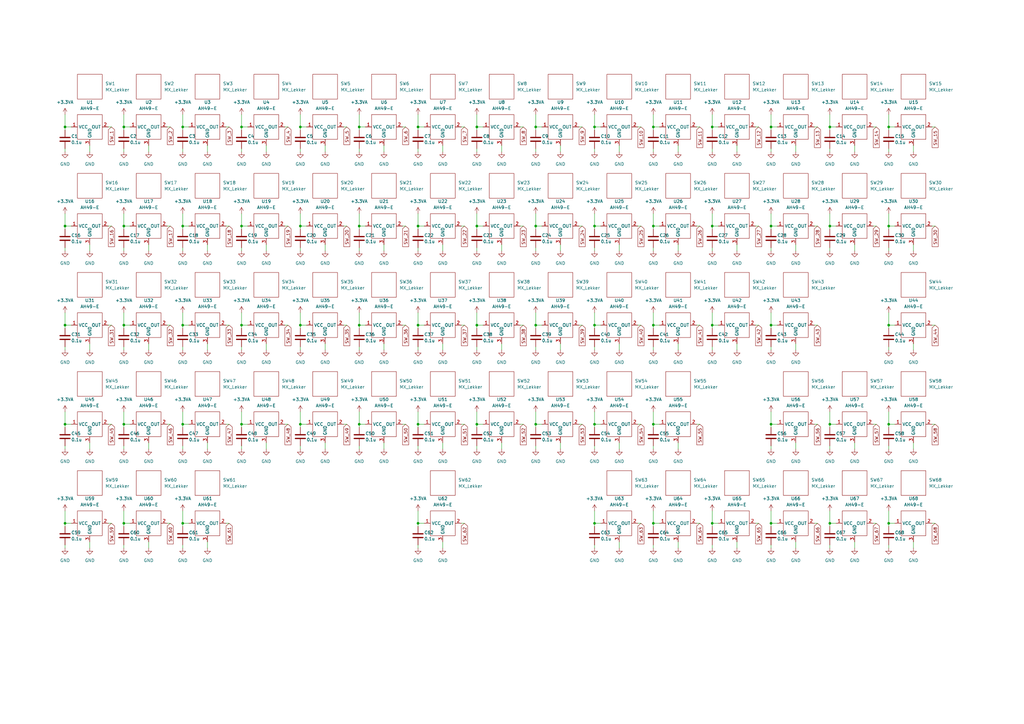
<source format=kicad_sch>
(kicad_sch (version 20211123) (generator eeschema)
  (paper "A3")
  (junction (at 340.36 214.63))
  (junction (at 340.36 52.07))
  (junction (at 50.8 133.35))
  (junction (at 219.71 133.35))
  (junction (at 26.67 92.71))
  (junction (at 219.71 173.99))
  (junction (at 147.32 173.99))
  (junction (at 50.8 173.99))
  (junction (at 99.06 173.99))
  (junction (at 171.45 214.63))
  (junction (at 50.8 92.71))
  (junction (at 50.8 52.07))
  (junction (at 340.36 92.71))
  (junction (at 267.97 92.71))
  (junction (at 195.58 52.07))
  (junction (at 74.93 52.07))
  (junction (at 243.84 52.07))
  (junction (at 364.49 133.35))
  (junction (at 292.1 214.63))
  (junction (at 195.58 173.99))
  (junction (at 267.97 173.99))
  (junction (at 267.97 133.35))
  (junction (at 99.06 52.07))
  (junction (at 26.67 133.35))
  (junction (at 171.45 52.07))
  (junction (at 26.67 52.07))
  (junction (at 292.1 52.07))
  (junction (at 171.45 173.99))
  (junction (at 74.93 133.35))
  (junction (at 243.84 214.63))
  (junction (at 316.23 92.71))
  (junction (at 147.32 92.71))
  (junction (at 50.8 214.63))
  (junction (at 74.93 173.99))
  (junction (at 364.49 173.99))
  (junction (at 99.06 133.35))
  (junction (at 316.23 133.35))
  (junction (at 219.71 52.07))
  (junction (at 219.71 92.71))
  (junction (at 147.32 133.35))
  (junction (at 171.45 92.71))
  (junction (at 147.32 52.07))
  (junction (at 171.45 133.35))
  (junction (at 292.1 133.35))
  (junction (at 316.23 214.63))
  (junction (at 243.84 133.35))
  (junction (at 26.67 173.99))
  (junction (at 243.84 92.71))
  (junction (at 243.84 173.99))
  (junction (at 364.49 52.07))
  (junction (at 364.49 92.71))
  (junction (at 340.36 173.99))
  (junction (at 195.58 92.71))
  (junction (at 292.1 92.71))
  (junction (at 316.23 173.99))
  (junction (at 123.19 133.35))
  (junction (at 364.49 214.63))
  (junction (at 123.19 92.71))
  (junction (at 74.93 92.71))
  (junction (at 123.19 52.07))
  (junction (at 26.67 214.63))
  (junction (at 195.58 133.35))
  (junction (at 267.97 214.63))
  (junction (at 316.23 52.07))
  (junction (at 99.06 92.71))
  (junction (at 74.93 214.63))
  (junction (at 267.97 52.07))
  (junction (at 123.19 173.99))
  (wire (pts (xy 147.32 175.26) (xy 147.32 173.99)))
  (wire (pts (xy 92.71 173.99) (xy 93.98 173.99)))
  (wire (pts (xy 316.23 182.88) (xy 316.23 184.15)))
  (wire (pts (xy 309.88 52.07) (xy 311.15 52.07)))
  (wire (pts (xy 267.97 173.99) (xy 270.51 173.99)))
  (wire (pts (xy 309.88 133.35) (xy 311.15 133.35)))
  (wire (pts (xy 267.97 87.63) (xy 267.97 92.71)))
  (wire (pts (xy 99.06 134.62) (xy 99.06 133.35)))
  (wire (pts (xy 171.45 134.62) (xy 171.45 133.35)))
  (wire (pts (xy 316.23 46.99) (xy 316.23 52.07)))
  (wire (pts (xy 219.71 53.34) (xy 219.71 52.07)))
  (wire (pts (xy 60.96 222.25) (xy 60.96 224.79)))
  (wire (pts (xy 219.71 92.71) (xy 222.25 92.71)))
  (wire (pts (xy 205.74 140.97) (xy 205.74 143.51)))
  (wire (pts (xy 147.32 168.91) (xy 147.32 173.99)))
  (wire (pts (xy 219.71 101.6) (xy 219.71 102.87)))
  (wire (pts (xy 50.8 214.63) (xy 53.34 214.63)))
  (wire (pts (xy 278.13 140.97) (xy 278.13 143.51)))
  (wire (pts (xy 334.01 173.99) (xy 335.28 173.99)))
  (wire (pts (xy 68.58 92.71) (xy 69.85 92.71)))
  (wire (pts (xy 123.19 52.07) (xy 125.73 52.07)))
  (wire (pts (xy 229.87 100.33) (xy 229.87 102.87)))
  (wire (pts (xy 60.96 140.97) (xy 60.96 143.51)))
  (wire (pts (xy 74.93 142.24) (xy 74.93 143.51)))
  (wire (pts (xy 26.67 214.63) (xy 29.21 214.63)))
  (wire (pts (xy 219.71 87.63) (xy 219.71 92.71)))
  (wire (pts (xy 350.52 59.69) (xy 350.52 62.23)))
  (wire (pts (xy 74.93 46.99) (xy 74.93 52.07)))
  (wire (pts (xy 157.48 181.61) (xy 157.48 184.15)))
  (wire (pts (xy 340.36 93.98) (xy 340.36 92.71)))
  (wire (pts (xy 68.58 52.07) (xy 69.85 52.07)))
  (wire (pts (xy 237.49 133.35) (xy 238.76 133.35)))
  (wire (pts (xy 44.45 133.35) (xy 45.72 133.35)))
  (wire (pts (xy 85.09 181.61) (xy 85.09 184.15)))
  (wire (pts (xy 292.1 223.52) (xy 292.1 224.79)))
  (wire (pts (xy 364.49 215.9) (xy 364.49 214.63)))
  (wire (pts (xy 157.48 100.33) (xy 157.48 102.87)))
  (wire (pts (xy 74.93 175.26) (xy 74.93 173.99)))
  (wire (pts (xy 243.84 142.24) (xy 243.84 143.51)))
  (wire (pts (xy 123.19 133.35) (xy 125.73 133.35)))
  (wire (pts (xy 316.23 168.91) (xy 316.23 173.99)))
  (wire (pts (xy 316.23 134.62) (xy 316.23 133.35)))
  (wire (pts (xy 382.27 92.71) (xy 383.54 92.71)))
  (wire (pts (xy 189.23 133.35) (xy 190.5 133.35)))
  (wire (pts (xy 340.36 168.91) (xy 340.36 173.99)))
  (wire (pts (xy 26.67 175.26) (xy 26.67 173.99)))
  (wire (pts (xy 302.26 100.33) (xy 302.26 102.87)))
  (wire (pts (xy 181.61 100.33) (xy 181.61 102.87)))
  (wire (pts (xy 267.97 215.9) (xy 267.97 214.63)))
  (wire (pts (xy 316.23 215.9) (xy 316.23 214.63)))
  (wire (pts (xy 364.49 101.6) (xy 364.49 102.87)))
  (wire (pts (xy 229.87 59.69) (xy 229.87 62.23)))
  (wire (pts (xy 26.67 168.91) (xy 26.67 173.99)))
  (wire (pts (xy 50.8 142.24) (xy 50.8 143.51)))
  (wire (pts (xy 36.83 59.69) (xy 36.83 62.23)))
  (wire (pts (xy 99.06 87.63) (xy 99.06 92.71)))
  (wire (pts (xy 267.97 168.91) (xy 267.97 173.99)))
  (wire (pts (xy 147.32 134.62) (xy 147.32 133.35)))
  (wire (pts (xy 189.23 52.07) (xy 190.5 52.07)))
  (wire (pts (xy 50.8 223.52) (xy 50.8 224.79)))
  (wire (pts (xy 195.58 168.91) (xy 195.58 173.99)))
  (wire (pts (xy 316.23 92.71) (xy 318.77 92.71)))
  (wire (pts (xy 243.84 93.98) (xy 243.84 92.71)))
  (wire (pts (xy 302.26 222.25) (xy 302.26 224.79)))
  (wire (pts (xy 205.74 59.69) (xy 205.74 62.23)))
  (wire (pts (xy 243.84 209.55) (xy 243.84 214.63)))
  (wire (pts (xy 26.67 134.62) (xy 26.67 133.35)))
  (wire (pts (xy 243.84 175.26) (xy 243.84 173.99)))
  (wire (pts (xy 340.36 175.26) (xy 340.36 173.99)))
  (wire (pts (xy 171.45 128.27) (xy 171.45 133.35)))
  (wire (pts (xy 85.09 100.33) (xy 85.09 102.87)))
  (wire (pts (xy 358.14 52.07) (xy 359.41 52.07)))
  (wire (pts (xy 36.83 100.33) (xy 36.83 102.87)))
  (wire (pts (xy 74.93 93.98) (xy 74.93 92.71)))
  (wire (pts (xy 254 59.69) (xy 254 62.23)))
  (wire (pts (xy 243.84 134.62) (xy 243.84 133.35)))
  (wire (pts (xy 50.8 134.62) (xy 50.8 133.35)))
  (wire (pts (xy 219.71 182.88) (xy 219.71 184.15)))
  (wire (pts (xy 147.32 92.71) (xy 149.86 92.71)))
  (wire (pts (xy 364.49 223.52) (xy 364.49 224.79)))
  (wire (pts (xy 181.61 59.69) (xy 181.61 62.23)))
  (wire (pts (xy 267.97 175.26) (xy 267.97 173.99)))
  (wire (pts (xy 133.35 140.97) (xy 133.35 143.51)))
  (wire (pts (xy 364.49 52.07) (xy 367.03 52.07)))
  (wire (pts (xy 195.58 101.6) (xy 195.58 102.87)))
  (wire (pts (xy 292.1 87.63) (xy 292.1 92.71)))
  (wire (pts (xy 74.93 87.63) (xy 74.93 92.71)))
  (wire (pts (xy 316.23 52.07) (xy 318.77 52.07)))
  (wire (pts (xy 123.19 87.63) (xy 123.19 92.71)))
  (wire (pts (xy 50.8 52.07) (xy 53.34 52.07)))
  (wire (pts (xy 364.49 142.24) (xy 364.49 143.51)))
  (wire (pts (xy 219.71 60.96) (xy 219.71 62.23)))
  (wire (pts (xy 254 100.33) (xy 254 102.87)))
  (wire (pts (xy 292.1 93.98) (xy 292.1 92.71)))
  (wire (pts (xy 219.71 46.99) (xy 219.71 52.07)))
  (wire (pts (xy 26.67 87.63) (xy 26.67 92.71)))
  (wire (pts (xy 278.13 100.33) (xy 278.13 102.87)))
  (wire (pts (xy 171.45 92.71) (xy 173.99 92.71)))
  (wire (pts (xy 123.19 46.99) (xy 123.19 52.07)))
  (wire (pts (xy 334.01 92.71) (xy 335.28 92.71)))
  (wire (pts (xy 26.67 93.98) (xy 26.67 92.71)))
  (wire (pts (xy 309.88 92.71) (xy 311.15 92.71)))
  (wire (pts (xy 316.23 128.27) (xy 316.23 133.35)))
  (wire (pts (xy 243.84 182.88) (xy 243.84 184.15)))
  (wire (pts (xy 374.65 222.25) (xy 374.65 224.79)))
  (wire (pts (xy 316.23 87.63) (xy 316.23 92.71)))
  (wire (pts (xy 99.06 133.35) (xy 101.6 133.35)))
  (wire (pts (xy 165.1 173.99) (xy 166.37 173.99)))
  (wire (pts (xy 140.97 133.35) (xy 142.24 133.35)))
  (wire (pts (xy 316.23 175.26) (xy 316.23 173.99)))
  (wire (pts (xy 109.22 100.33) (xy 109.22 102.87)))
  (wire (pts (xy 267.97 52.07) (xy 270.51 52.07)))
  (wire (pts (xy 358.14 92.71) (xy 359.41 92.71)))
  (wire (pts (xy 140.97 52.07) (xy 142.24 52.07)))
  (wire (pts (xy 340.36 215.9) (xy 340.36 214.63)))
  (wire (pts (xy 219.71 128.27) (xy 219.71 133.35)))
  (wire (pts (xy 213.36 133.35) (xy 214.63 133.35)))
  (wire (pts (xy 171.45 209.55) (xy 171.45 214.63)))
  (wire (pts (xy 374.65 100.33) (xy 374.65 102.87)))
  (wire (pts (xy 74.93 215.9) (xy 74.93 214.63)))
  (wire (pts (xy 243.84 52.07) (xy 246.38 52.07)))
  (wire (pts (xy 68.58 214.63) (xy 69.85 214.63)))
  (wire (pts (xy 219.71 133.35) (xy 222.25 133.35)))
  (wire (pts (xy 292.1 101.6) (xy 292.1 102.87)))
  (wire (pts (xy 60.96 59.69) (xy 60.96 62.23)))
  (wire (pts (xy 99.06 92.71) (xy 101.6 92.71)))
  (wire (pts (xy 123.19 92.71) (xy 125.73 92.71)))
  (wire (pts (xy 85.09 222.25) (xy 85.09 224.79)))
  (wire (pts (xy 267.97 142.24) (xy 267.97 143.51)))
  (wire (pts (xy 213.36 92.71) (xy 214.63 92.71)))
  (wire (pts (xy 99.06 175.26) (xy 99.06 173.99)))
  (wire (pts (xy 171.45 214.63) (xy 173.99 214.63)))
  (wire (pts (xy 44.45 52.07) (xy 45.72 52.07)))
  (wire (pts (xy 254 140.97) (xy 254 143.51)))
  (wire (pts (xy 74.93 133.35) (xy 77.47 133.35)))
  (wire (pts (xy 267.97 223.52) (xy 267.97 224.79)))
  (wire (pts (xy 171.45 133.35) (xy 173.99 133.35)))
  (wire (pts (xy 326.39 59.69) (xy 326.39 62.23)))
  (wire (pts (xy 74.93 214.63) (xy 77.47 214.63)))
  (wire (pts (xy 133.35 181.61) (xy 133.35 184.15)))
  (wire (pts (xy 50.8 215.9) (xy 50.8 214.63)))
  (wire (pts (xy 340.36 53.34) (xy 340.36 52.07)))
  (wire (pts (xy 26.67 133.35) (xy 29.21 133.35)))
  (wire (pts (xy 213.36 173.99) (xy 214.63 173.99)))
  (wire (pts (xy 316.23 142.24) (xy 316.23 143.51)))
  (wire (pts (xy 267.97 46.99) (xy 267.97 52.07)))
  (wire (pts (xy 123.19 142.24) (xy 123.19 143.51)))
  (wire (pts (xy 261.62 173.99) (xy 262.89 173.99)))
  (wire (pts (xy 374.65 181.61) (xy 374.65 184.15)))
  (wire (pts (xy 243.84 128.27) (xy 243.84 133.35)))
  (wire (pts (xy 50.8 133.35) (xy 53.34 133.35)))
  (wire (pts (xy 219.71 93.98) (xy 219.71 92.71)))
  (wire (pts (xy 50.8 101.6) (xy 50.8 102.87)))
  (wire (pts (xy 340.36 101.6) (xy 340.36 102.87)))
  (wire (pts (xy 116.84 52.07) (xy 118.11 52.07)))
  (wire (pts (xy 50.8 128.27) (xy 50.8 133.35)))
  (wire (pts (xy 195.58 92.71) (xy 198.12 92.71)))
  (wire (pts (xy 285.75 214.63) (xy 287.02 214.63)))
  (wire (pts (xy 243.84 60.96) (xy 243.84 62.23)))
  (wire (pts (xy 99.06 46.99) (xy 99.06 52.07)))
  (wire (pts (xy 195.58 46.99) (xy 195.58 52.07)))
  (wire (pts (xy 36.83 181.61) (xy 36.83 184.15)))
  (wire (pts (xy 171.45 223.52) (xy 171.45 224.79)))
  (wire (pts (xy 123.19 182.88) (xy 123.19 184.15)))
  (wire (pts (xy 350.52 181.61) (xy 350.52 184.15)))
  (wire (pts (xy 133.35 59.69) (xy 133.35 62.23)))
  (wire (pts (xy 326.39 222.25) (xy 326.39 224.79)))
  (wire (pts (xy 147.32 53.34) (xy 147.32 52.07)))
  (wire (pts (xy 74.93 223.52) (xy 74.93 224.79)))
  (wire (pts (xy 195.58 53.34) (xy 195.58 52.07)))
  (wire (pts (xy 50.8 60.96) (xy 50.8 62.23)))
  (wire (pts (xy 195.58 52.07) (xy 198.12 52.07)))
  (wire (pts (xy 147.32 52.07) (xy 149.86 52.07)))
  (wire (pts (xy 109.22 59.69) (xy 109.22 62.23)))
  (wire (pts (xy 157.48 59.69) (xy 157.48 62.23)))
  (wire (pts (xy 267.97 209.55) (xy 267.97 214.63)))
  (wire (pts (xy 68.58 133.35) (xy 69.85 133.35)))
  (wire (pts (xy 243.84 215.9) (xy 243.84 214.63)))
  (wire (pts (xy 364.49 182.88) (xy 364.49 184.15)))
  (wire (pts (xy 26.67 46.99) (xy 26.67 52.07)))
  (wire (pts (xy 171.45 60.96) (xy 171.45 62.23)))
  (wire (pts (xy 36.83 140.97) (xy 36.83 143.51)))
  (wire (pts (xy 74.93 60.96) (xy 74.93 62.23)))
  (wire (pts (xy 267.97 93.98) (xy 267.97 92.71)))
  (wire (pts (xy 292.1 133.35) (xy 294.64 133.35)))
  (wire (pts (xy 189.23 214.63) (xy 190.5 214.63)))
  (wire (pts (xy 292.1 215.9) (xy 292.1 214.63)))
  (wire (pts (xy 171.45 46.99) (xy 171.45 52.07)))
  (wire (pts (xy 165.1 92.71) (xy 166.37 92.71)))
  (wire (pts (xy 147.32 46.99) (xy 147.32 52.07)))
  (wire (pts (xy 267.97 182.88) (xy 267.97 184.15)))
  (wire (pts (xy 147.32 101.6) (xy 147.32 102.87)))
  (wire (pts (xy 326.39 181.61) (xy 326.39 184.15)))
  (wire (pts (xy 334.01 52.07) (xy 335.28 52.07)))
  (wire (pts (xy 181.61 181.61) (xy 181.61 184.15)))
  (wire (pts (xy 26.67 101.6) (xy 26.67 102.87)))
  (wire (pts (xy 60.96 100.33) (xy 60.96 102.87)))
  (wire (pts (xy 364.49 60.96) (xy 364.49 62.23)))
  (wire (pts (xy 50.8 175.26) (xy 50.8 173.99)))
  (wire (pts (xy 99.06 60.96) (xy 99.06 62.23)))
  (wire (pts (xy 316.23 53.34) (xy 316.23 52.07)))
  (wire (pts (xy 99.06 52.07) (xy 101.6 52.07)))
  (wire (pts (xy 123.19 134.62) (xy 123.19 133.35)))
  (wire (pts (xy 213.36 52.07) (xy 214.63 52.07)))
  (wire (pts (xy 74.93 168.91) (xy 74.93 173.99)))
  (wire (pts (xy 50.8 168.91) (xy 50.8 173.99)))
  (wire (pts (xy 26.67 209.55) (xy 26.67 214.63)))
  (wire (pts (xy 229.87 181.61) (xy 229.87 184.15)))
  (wire (pts (xy 261.62 52.07) (xy 262.89 52.07)))
  (wire (pts (xy 219.71 52.07) (xy 222.25 52.07)))
  (wire (pts (xy 171.45 52.07) (xy 173.99 52.07)))
  (wire (pts (xy 74.93 52.07) (xy 77.47 52.07)))
  (wire (pts (xy 267.97 101.6) (xy 267.97 102.87)))
  (wire (pts (xy 99.06 168.91) (xy 99.06 173.99)))
  (wire (pts (xy 26.67 215.9) (xy 26.67 214.63)))
  (wire (pts (xy 243.84 133.35) (xy 246.38 133.35)))
  (wire (pts (xy 316.23 223.52) (xy 316.23 224.79)))
  (wire (pts (xy 92.71 133.35) (xy 93.98 133.35)))
  (wire (pts (xy 74.93 134.62) (xy 74.93 133.35)))
  (wire (pts (xy 382.27 173.99) (xy 383.54 173.99)))
  (wire (pts (xy 195.58 60.96) (xy 195.58 62.23)))
  (wire (pts (xy 243.84 173.99) (xy 246.38 173.99)))
  (wire (pts (xy 285.75 173.99) (xy 287.02 173.99)))
  (wire (pts (xy 292.1 209.55) (xy 292.1 214.63)))
  (wire (pts (xy 292.1 52.07) (xy 294.64 52.07)))
  (wire (pts (xy 292.1 92.71) (xy 294.64 92.71)))
  (wire (pts (xy 26.67 60.96) (xy 26.67 62.23)))
  (wire (pts (xy 50.8 87.63) (xy 50.8 92.71)))
  (wire (pts (xy 219.71 173.99) (xy 222.25 173.99)))
  (wire (pts (xy 254 181.61) (xy 254 184.15)))
  (wire (pts (xy 237.49 52.07) (xy 238.76 52.07)))
  (wire (pts (xy 123.19 60.96) (xy 123.19 62.23)))
  (wire (pts (xy 171.45 87.63) (xy 171.45 92.71)))
  (wire (pts (xy 309.88 214.63) (xy 311.15 214.63)))
  (wire (pts (xy 254 222.25) (xy 254 224.79)))
  (wire (pts (xy 68.58 173.99) (xy 69.85 173.99)))
  (wire (pts (xy 171.45 101.6) (xy 171.45 102.87)))
  (wire (pts (xy 316.23 101.6) (xy 316.23 102.87)))
  (wire (pts (xy 50.8 173.99) (xy 53.34 173.99)))
  (wire (pts (xy 364.49 134.62) (xy 364.49 133.35)))
  (wire (pts (xy 74.93 182.88) (xy 74.93 184.15)))
  (wire (pts (xy 340.36 60.96) (xy 340.36 62.23)))
  (wire (pts (xy 364.49 133.35) (xy 367.03 133.35)))
  (wire (pts (xy 26.67 52.07) (xy 29.21 52.07)))
  (wire (pts (xy 50.8 92.71) (xy 53.34 92.71)))
  (wire (pts (xy 171.45 53.34) (xy 171.45 52.07)))
  (wire (pts (xy 326.39 100.33) (xy 326.39 102.87)))
  (wire (pts (xy 364.49 46.99) (xy 364.49 52.07)))
  (wire (pts (xy 364.49 128.27) (xy 364.49 133.35)))
  (wire (pts (xy 350.52 222.25) (xy 350.52 224.79)))
  (wire (pts (xy 340.36 92.71) (xy 342.9 92.71)))
  (wire (pts (xy 26.67 53.34) (xy 26.67 52.07)))
  (wire (pts (xy 364.49 214.63) (xy 367.03 214.63)))
  (wire (pts (xy 237.49 173.99) (xy 238.76 173.99)))
  (wire (pts (xy 267.97 133.35) (xy 270.51 133.35)))
  (wire (pts (xy 99.06 93.98) (xy 99.06 92.71)))
  (wire (pts (xy 99.06 142.24) (xy 99.06 143.51)))
  (wire (pts (xy 109.22 181.61) (xy 109.22 184.15)))
  (wire (pts (xy 92.71 214.63) (xy 93.98 214.63)))
  (wire (pts (xy 229.87 140.97) (xy 229.87 143.51)))
  (wire (pts (xy 50.8 93.98) (xy 50.8 92.71)))
  (wire (pts (xy 316.23 93.98) (xy 316.23 92.71)))
  (wire (pts (xy 374.65 140.97) (xy 374.65 143.51)))
  (wire (pts (xy 292.1 214.63) (xy 294.64 214.63)))
  (wire (pts (xy 195.58 134.62) (xy 195.58 133.35)))
  (wire (pts (xy 50.8 46.99) (xy 50.8 52.07)))
  (wire (pts (xy 44.45 92.71) (xy 45.72 92.71)))
  (wire (pts (xy 243.84 223.52) (xy 243.84 224.79)))
  (wire (pts (xy 109.22 140.97) (xy 109.22 143.51)))
  (wire (pts (xy 123.19 93.98) (xy 123.19 92.71)))
  (wire (pts (xy 92.71 52.07) (xy 93.98 52.07)))
  (wire (pts (xy 340.36 87.63) (xy 340.36 92.71)))
  (wire (pts (xy 74.93 128.27) (xy 74.93 133.35)))
  (wire (pts (xy 123.19 168.91) (xy 123.19 173.99)))
  (wire (pts (xy 219.71 142.24) (xy 219.71 143.51)))
  (wire (pts (xy 292.1 134.62) (xy 292.1 133.35)))
  (wire (pts (xy 26.67 182.88) (xy 26.67 184.15)))
  (wire (pts (xy 171.45 173.99) (xy 173.99 173.99)))
  (wire (pts (xy 382.27 214.63) (xy 383.54 214.63)))
  (wire (pts (xy 316.23 173.99) (xy 318.77 173.99)))
  (wire (pts (xy 243.84 101.6) (xy 243.84 102.87)))
  (wire (pts (xy 340.36 52.07) (xy 342.9 52.07)))
  (wire (pts (xy 189.23 173.99) (xy 190.5 173.99)))
  (wire (pts (xy 92.71 92.71) (xy 93.98 92.71)))
  (wire (pts (xy 171.45 215.9) (xy 171.45 214.63)))
  (wire (pts (xy 302.26 140.97) (xy 302.26 143.51)))
  (wire (pts (xy 243.84 87.63) (xy 243.84 92.71)))
  (wire (pts (xy 99.06 182.88) (xy 99.06 184.15)))
  (wire (pts (xy 205.74 181.61) (xy 205.74 184.15)))
  (wire (pts (xy 267.97 134.62) (xy 267.97 133.35)))
  (wire (pts (xy 195.58 93.98) (xy 195.58 92.71)))
  (wire (pts (xy 358.14 173.99) (xy 359.41 173.99)))
  (wire (pts (xy 364.49 173.99) (xy 367.03 173.99)))
  (wire (pts (xy 147.32 173.99) (xy 149.86 173.99)))
  (wire (pts (xy 350.52 100.33) (xy 350.52 102.87)))
  (wire (pts (xy 243.84 46.99) (xy 243.84 52.07)))
  (wire (pts (xy 316.23 133.35) (xy 318.77 133.35)))
  (wire (pts (xy 326.39 140.97) (xy 326.39 143.51)))
  (wire (pts (xy 189.23 92.71) (xy 190.5 92.71)))
  (wire (pts (xy 36.83 222.25) (xy 36.83 224.79)))
  (wire (pts (xy 267.97 60.96) (xy 267.97 62.23)))
  (wire (pts (xy 219.71 168.91) (xy 219.71 173.99)))
  (wire (pts (xy 26.67 142.24) (xy 26.67 143.51)))
  (wire (pts (xy 292.1 128.27) (xy 292.1 133.35)))
  (wire (pts (xy 219.71 134.62) (xy 219.71 133.35)))
  (wire (pts (xy 340.36 223.52) (xy 340.36 224.79)))
  (wire (pts (xy 147.32 128.27) (xy 147.32 133.35)))
  (wire (pts (xy 147.32 87.63) (xy 147.32 92.71)))
  (wire (pts (xy 123.19 101.6) (xy 123.19 102.87)))
  (wire (pts (xy 50.8 53.34) (xy 50.8 52.07)))
  (wire (pts (xy 364.49 53.34) (xy 364.49 52.07)))
  (wire (pts (xy 340.36 46.99) (xy 340.36 52.07)))
  (wire (pts (xy 205.74 100.33) (xy 205.74 102.87)))
  (wire (pts (xy 261.62 214.63) (xy 262.89 214.63)))
  (wire (pts (xy 364.49 168.91) (xy 364.49 173.99)))
  (wire (pts (xy 382.27 52.07) (xy 383.54 52.07)))
  (wire (pts (xy 44.45 173.99) (xy 45.72 173.99)))
  (wire (pts (xy 74.93 92.71) (xy 77.47 92.71)))
  (wire (pts (xy 99.06 128.27) (xy 99.06 133.35)))
  (wire (pts (xy 123.19 175.26) (xy 123.19 173.99)))
  (wire (pts (xy 334.01 214.63) (xy 335.28 214.63)))
  (wire (pts (xy 74.93 173.99) (xy 77.47 173.99)))
  (wire (pts (xy 99.06 101.6) (xy 99.06 102.87)))
  (wire (pts (xy 171.45 168.91) (xy 171.45 173.99)))
  (wire (pts (xy 116.84 92.71) (xy 118.11 92.71)))
  (wire (pts (xy 147.32 133.35) (xy 149.86 133.35)))
  (wire (pts (xy 26.67 92.71) (xy 29.21 92.71)))
  (wire (pts (xy 74.93 53.34) (xy 74.93 52.07)))
  (wire (pts (xy 243.84 214.63) (xy 246.38 214.63)))
  (wire (pts (xy 147.32 142.24) (xy 147.32 143.51)))
  (wire (pts (xy 334.01 133.35) (xy 335.28 133.35)))
  (wire (pts (xy 171.45 142.24) (xy 171.45 143.51)))
  (wire (pts (xy 316.23 214.63) (xy 318.77 214.63)))
  (wire (pts (xy 358.14 214.63) (xy 359.41 214.63)))
  (wire (pts (xy 140.97 92.71) (xy 142.24 92.71)))
  (wire (pts (xy 140.97 173.99) (xy 142.24 173.99)))
  (wire (pts (xy 195.58 133.35) (xy 198.12 133.35)))
  (wire (pts (xy 302.26 59.69) (xy 302.26 62.23)))
  (wire (pts (xy 26.67 173.99) (xy 29.21 173.99)))
  (wire (pts (xy 171.45 175.26) (xy 171.45 173.99)))
  (wire (pts (xy 85.09 59.69) (xy 85.09 62.23)))
  (wire (pts (xy 267.97 214.63) (xy 270.51 214.63)))
  (wire (pts (xy 267.97 128.27) (xy 267.97 133.35)))
  (wire (pts (xy 364.49 87.63) (xy 364.49 92.71)))
  (wire (pts (xy 165.1 133.35) (xy 166.37 133.35)))
  (wire (pts (xy 340.36 182.88) (xy 340.36 184.15)))
  (wire (pts (xy 147.32 60.96) (xy 147.32 62.23)))
  (wire (pts (xy 316.23 60.96) (xy 316.23 62.23)))
  (wire (pts (xy 116.84 173.99) (xy 118.11 173.99)))
  (wire (pts (xy 278.13 59.69) (xy 278.13 62.23)))
  (wire (pts (xy 195.58 182.88) (xy 195.58 184.15)))
  (wire (pts (xy 278.13 222.25) (xy 278.13 224.79)))
  (wire (pts (xy 60.96 181.61) (xy 60.96 184.15)))
  (wire (pts (xy 195.58 175.26) (xy 195.58 173.99)))
  (wire (pts (xy 382.27 133.35) (xy 383.54 133.35)))
  (wire (pts (xy 50.8 209.55) (xy 50.8 214.63)))
  (wire (pts (xy 364.49 175.26) (xy 364.49 173.99)))
  (wire (pts (xy 340.36 214.63) (xy 342.9 214.63)))
  (wire (pts (xy 44.45 214.63) (xy 45.72 214.63)))
  (wire (pts (xy 99.06 53.34) (xy 99.06 52.07)))
  (wire (pts (xy 195.58 128.27) (xy 195.58 133.35)))
  (wire (pts (xy 165.1 52.07) (xy 166.37 52.07)))
  (wire (pts (xy 181.61 222.25) (xy 181.61 224.79)))
  (wire (pts (xy 74.93 209.55) (xy 74.93 214.63)))
  (wire (pts (xy 123.19 173.99) (xy 125.73 173.99)))
  (wire (pts (xy 219.71 175.26) (xy 219.71 173.99)))
  (wire (pts (xy 292.1 53.34) (xy 292.1 52.07)))
  (wire (pts (xy 292.1 142.24) (xy 292.1 143.51)))
  (wire (pts (xy 364.49 92.71) (xy 367.03 92.71)))
  (wire (pts (xy 171.45 93.98) (xy 171.45 92.71)))
  (wire (pts (xy 26.67 128.27) (xy 26.67 133.35)))
  (wire (pts (xy 243.84 53.34) (xy 243.84 52.07)))
  (wire (pts (xy 261.62 133.35) (xy 262.89 133.35)))
  (wire (pts (xy 267.97 53.34) (xy 267.97 52.07)))
  (wire (pts (xy 181.61 140.97) (xy 181.61 143.51)))
  (wire (pts (xy 364.49 209.55) (xy 364.49 214.63)))
  (wire (pts (xy 243.84 168.91) (xy 243.84 173.99)))
  (wire (pts (xy 285.75 92.71) (xy 287.02 92.71)))
  (wire (pts (xy 123.19 53.34) (xy 123.19 52.07)))
  (wire (pts (xy 364.49 93.98) (xy 364.49 92.71)))
  (wire (pts (xy 99.06 173.99) (xy 101.6 173.99)))
  (wire (pts (xy 374.65 59.69) (xy 374.65 62.23)))
  (wire (pts (xy 157.48 140.97) (xy 157.48 143.51)))
  (wire (pts (xy 195.58 87.63) (xy 195.58 92.71)))
  (wire (pts (xy 261.62 92.71) (xy 262.89 92.71)))
  (wire (pts (xy 243.84 92.71) (xy 246.38 92.71)))
  (wire (pts (xy 147.32 93.98) (xy 147.32 92.71)))
  (wire (pts (xy 123.19 128.27) (xy 123.19 133.35)))
  (wire (pts (xy 292.1 46.99) (xy 292.1 52.07)))
  (wire (pts (xy 237.49 92.71) (xy 238.76 92.71)))
  (wire (pts (xy 267.97 92.71) (xy 270.51 92.71)))
  (wire (pts (xy 285.75 52.07) (xy 287.02 52.07)))
  (wire (pts (xy 133.35 100.33) (xy 133.35 102.87)))
  (wire (pts (xy 292.1 60.96) (xy 292.1 62.23)))
  (wire (pts (xy 85.09 140.97) (xy 85.09 143.51)))
  (wire (pts (xy 26.67 223.52) (xy 26.67 224.79)))
  (wire (pts (xy 50.8 182.88) (xy 50.8 184.15)))
  (wire (pts (xy 171.45 182.88) (xy 171.45 184.15)))
  (wire (pts (xy 147.32 182.88) (xy 147.32 184.15)))
  (wire (pts (xy 285.75 133.35) (xy 287.02 133.35)))
  (wire (pts (xy 340.36 173.99) (xy 342.9 173.99)))
  (wire (pts (xy 116.84 133.35) (xy 118.11 133.35)))
  (wire (pts (xy 195.58 142.24) (xy 195.58 143.51)))
  (wire (pts (xy 316.23 209.55) (xy 316.23 214.63)))
  (wire (pts (xy 74.93 101.6) (xy 74.93 102.87)))
  (wire (pts (xy 340.36 209.55) (xy 340.36 214.63)))
  (wire (pts (xy 278.13 181.61) (xy 278.13 184.15)))
  (wire (pts (xy 195.58 173.99) (xy 198.12 173.99)))
  (global_label "SW_33" (shape input) (at 93.98 133.35 270) (property "Intersheet References" "${INTERSHEET_REFS}" (effects hide)))
  (global_label "SW_57" (shape input) (at 359.41 173.99 270) (property "Intersheet References" "${INTERSHEET_REFS}" (effects hide)))
  (global_label "SW_46" (shape input) (at 69.85 173.99 270) (property "Intersheet References" "${INTERSHEET_REFS}" (effects hide)))
  (global_label "SW_44" (shape input) (at 383.54 133.35 270) (property "Intersheet References" "${INTERSHEET_REFS}" (effects hide)))
  (global_label "SW_67" (shape input) (at 359.41 214.63 270) (property "Intersheet References" "${INTERSHEET_REFS}" (effects hide)))
  (global_label "SW_43" (shape input) (at 335.28 133.35 270) (property "Intersheet References" "${INTERSHEET_REFS}" (effects hide)))
  (global_label "SW_55" (shape input) (at 287.02 173.99 270) (property "Intersheet References" "${INTERSHEET_REFS}" (effects hide)))
  (global_label "SW_49" (shape input) (at 142.24 173.99 270) (property "Intersheet References" "${INTERSHEET_REFS}" (effects hide)))
  (global_label "SW_16" (shape input) (at 45.72 92.71 270) (property "Intersheet References" "${INTERSHEET_REFS}" (effects hide)))
  (global_label "SW_17" (shape input) (at 69.85 92.71 270) (property "Intersheet References" "${INTERSHEET_REFS}" (effects hide)))
  (global_label "SW_26" (shape input) (at 287.02 92.71 270) (property "Intersheet References" "${INTERSHEET_REFS}" (effects hide)))
  (global_label "SW_58" (shape input) (at 383.54 173.99 270) (property "Intersheet References" "${INTERSHEET_REFS}" (effects hide)))
  (global_label "SW_28" (shape input) (at 335.28 92.71 270) (property "Intersheet References" "${INTERSHEET_REFS}" (effects hide)))
  (global_label "SW_25" (shape input) (at 262.89 92.71 270) (property "Intersheet References" "${INTERSHEET_REFS}" (effects hide)))
  (global_label "SW_10" (shape input) (at 262.89 52.07 270) (property "Intersheet References" "${INTERSHEET_REFS}" (effects hide)))
  (global_label "SW_64" (shape input) (at 287.02 214.63 270) (property "Intersheet References" "${INTERSHEET_REFS}" (effects hide)))
  (global_label "SW_40" (shape input) (at 262.89 133.35 270) (property "Intersheet References" "${INTERSHEET_REFS}" (effects hide)))
  (global_label "SW_66" (shape input) (at 335.28 214.63 270) (property "Intersheet References" "${INTERSHEET_REFS}" (effects hide)))
  (global_label "SW_9" (shape input) (at 238.76 52.07 270) (property "Intersheet References" "${INTERSHEET_REFS}" (effects hide)))
  (global_label "SW_53" (shape input) (at 238.76 173.99 270) (property "Intersheet References" "${INTERSHEET_REFS}" (effects hide)))
  (global_label "SW_30" (shape input) (at 383.54 92.71 270) (property "Intersheet References" "${INTERSHEET_REFS}" (effects hide)))
  (global_label "SW_36" (shape input) (at 166.37 133.35 270) (property "Intersheet References" "${INTERSHEET_REFS}" (effects hide)))
  (global_label "SW_6" (shape input) (at 166.37 52.07 270) (property "Intersheet References" "${INTERSHEET_REFS}" (effects hide)))
  (global_label "SW_45" (shape input) (at 45.72 173.99 270) (property "Intersheet References" "${INTERSHEET_REFS}" (effects hide)))
  (global_label "SW_4" (shape input) (at 118.11 52.07 270) (property "Intersheet References" "${INTERSHEET_REFS}" (effects hide)))
  (global_label "SW_52" (shape input) (at 214.63 173.99 270) (property "Intersheet References" "${INTERSHEET_REFS}" (effects hide)))
  (global_label "SW_11" (shape input) (at 287.02 52.07 270) (property "Intersheet References" "${INTERSHEET_REFS}" (effects hide)))
  (global_label "SW_15" (shape input) (at 383.54 52.07 270) (property "Intersheet References" "${INTERSHEET_REFS}" (effects hide)))
  (global_label "SW_23" (shape input) (at 214.63 92.71 270) (property "Intersheet References" "${INTERSHEET_REFS}" (effects hide)))
  (global_label "SW_8" (shape input) (at 214.63 52.07 270) (property "Intersheet References" "${INTERSHEET_REFS}" (effects hide)))
  (global_label "SW_5" (shape input) (at 142.24 52.07 270) (property "Intersheet References" "${INTERSHEET_REFS}" (effects hide)))
  (global_label "SW_38" (shape input) (at 214.63 133.35 270) (property "Intersheet References" "${INTERSHEET_REFS}" (effects hide)))
  (global_label "SW_32" (shape input) (at 69.85 133.35 270) (property "Intersheet References" "${INTERSHEET_REFS}" (effects hide)))
  (global_label "SW_48" (shape input) (at 118.11 173.99 270) (property "Intersheet References" "${INTERSHEET_REFS}" (effects hide)))
  (global_label "SW_50" (shape input) (at 166.37 173.99 270) (property "Intersheet References" "${INTERSHEET_REFS}" (effects hide)))
  (global_label "SW_21" (shape input) (at 166.37 92.71 270) (property "Intersheet References" "${INTERSHEET_REFS}" (effects hide)))
  (global_label "SW_68" (shape input) (at 383.54 214.63 270) (property "Intersheet References" "${INTERSHEET_REFS}" (effects hide)))
  (global_label "SW_18" (shape input) (at 93.98 92.71 270) (property "Intersheet References" "${INTERSHEET_REFS}" (effects hide)))
  (global_label "SW_2" (shape input) (at 69.85 52.07 270) (property "Intersheet References" "${INTERSHEET_REFS}" (effects hide)))
  (global_label "SW_61" (shape input) (at 93.98 214.63 270) (property "Intersheet References" "${INTERSHEET_REFS}" (effects hide)))
  (global_label "SW_37" (shape input) (at 190.5 133.35 270) (property "Intersheet References" "${INTERSHEET_REFS}" (effects hide)))
  (global_label "SW_22" (shape input) (at 190.5 92.71 270) (property "Intersheet References" "${INTERSHEET_REFS}" (effects hide)))
  (global_label "SW_19" (shape input) (at 118.11 92.71 270) (property "Intersheet References" "${INTERSHEET_REFS}" (effects hide)))
  (global_label "SW_12" (shape input) (at 311.15 52.07 270) (property "Intersheet References" "${INTERSHEET_REFS}" (effects hide)))
  (global_label "SW_7" (shape input) (at 190.5 52.07 270) (property "Intersheet References" "${INTERSHEET_REFS}" (effects hide)))
  (global_label "SW_13" (shape input) (at 335.28 52.07 270) (property "Intersheet References" "${INTERSHEET_REFS}" (effects hide)))
  (global_label "SW_65" (shape input) (at 311.15 214.63 270) (property "Intersheet References" "${INTERSHEET_REFS}" (effects hide)))
  (global_label "SW_31" (shape input) (at 45.72 133.35 270) (property "Intersheet References" "${INTERSHEET_REFS}" (effects hide)))
  (global_label "SW_1" (shape input) (at 45.72 52.07 270) (property "Intersheet References" "${INTERSHEET_REFS}" (effects hide)))
  (global_label "SW_60" (shape input) (at 69.85 214.63 270) (property "Intersheet References" "${INTERSHEET_REFS}" (effects hide)))
  (global_label "SW_41" (shape input) (at 287.02 133.35 270) (property "Intersheet References" "${INTERSHEET_REFS}" (effects hide)))
  (global_label "SW_27" (shape input) (at 311.15 92.71 270) (property "Intersheet References" "${INTERSHEET_REFS}" (effects hide)))
  (global_label "SW_14" (shape input) (at 359.41 52.07 270) (property "Intersheet References" "${INTERSHEET_REFS}" (effects hide)))
  (global_label "SW_39" (shape input) (at 238.76 133.35 270) (property "Intersheet References" "${INTERSHEET_REFS}" (effects hide)))
  (global_label "SW_24" (shape input) (at 238.76 92.71 270) (property "Intersheet References" "${INTERSHEET_REFS}" (effects hide)))
  (global_label "SW_3" (shape input) (at 93.98 52.07 270) (property "Intersheet References" "${INTERSHEET_REFS}" (effects hide)))
  (global_label "SW_47" (shape input) (at 93.98 173.99 270) (property "Intersheet References" "${INTERSHEET_REFS}" (effects hide)))
  (global_label "SW_54" (shape input) (at 262.89 173.99 270) (property "Intersheet References" "${INTERSHEET_REFS}" (effects hide)))
  (global_label "SW_63" (shape input) (at 262.89 214.63 270) (property "Intersheet References" "${INTERSHEET_REFS}" (effects hide)))
  (global_label "SW_59" (shape input) (at 45.72 214.63 270) (property "Intersheet References" "${INTERSHEET_REFS}" (effects hide)))
  (global_label "SW_35" (shape input) (at 142.24 133.35 270) (property "Intersheet References" "${INTERSHEET_REFS}" (effects hide)))
  (global_label "SW_34" (shape input) (at 118.11 133.35 270) (property "Intersheet References" "${INTERSHEET_REFS}" (effects hide)))
  (global_label "SW_29" (shape input) (at 359.41 92.71 270) (property "Intersheet References" "${INTERSHEET_REFS}" (effects hide)))
  (global_label "SW_42" (shape input) (at 311.15 133.35 270) (property "Intersheet References" "${INTERSHEET_REFS}" (effects hide)))
  (global_label "SW_20" (shape input) (at 142.24 92.71 270) (property "Intersheet References" "${INTERSHEET_REFS}" (effects hide)))
  (global_label "SW_51" (shape input) (at 190.5 173.99 270) (property "Intersheet References" "${INTERSHEET_REFS}" (effects hide)))
  (global_label "SW_62" (shape input) (at 190.5 214.63 270) (property "Intersheet References" "${INTERSHEET_REFS}" (effects hide)))
  (global_label "SW_56" (shape input) (at 335.28 173.99 270) (property "Intersheet References" "${INTERSHEET_REFS}" (effects hide)))
  (symbol (lib_id "power:GND") (at 36.83 184.15 0) (unit 1)
    (property "Reference" "#PWR0148" (effects hide))
    (property "Value" "GND" (at 36.83 189.23 0))
  )
  (symbol (lib_id "power:GND") (at 195.58 143.51 0) (unit 1)
    (property "Reference" "#PWR0119" (effects hide))
    (property "Value" "GND" (at 195.58 148.59 0))
  )
  (symbol (lib_id "power:GND") (at 50.8 102.87 0) (unit 1)
    (property "Reference" "#PWR063" (effects hide))
    (property "Value" "GND" (at 50.8 107.95 0))
  )
  (symbol (lib_id "Device:C") (at 316.23 97.79 0) (unit 1)
    (property "Reference" "C28" (at 318.77 96.52 0) (effects (justify left)))
    (property "Value" "0.1u" (at 318.77 99.06 0) (effects (justify left)))
    (property "Footprint" "Capacitor_SMD:C_0603_1608Metric_Pad1.08x0.95mm_HandSolder" (effects hide))
    (property "Part Number" "C0603C104M4RAC7411" (effects hide))
  )
  (symbol (lib_id "Device:C") (at 195.58 57.15 0) (unit 1)
    (property "Reference" "C8" (at 198.12 55.88 0) (effects (justify left)))
    (property "Value" "0.1u" (at 198.12 58.42 0) (effects (justify left)))
    (property "Footprint" "Capacitor_SMD:C_0603_1608Metric_Pad1.08x0.95mm_HandSolder" (effects hide))
    (property "Part Number" "C0603C104M4RAC7411" (effects hide))
  )
  (symbol (lib_id "power:GND") (at 60.96 62.23 0) (unit 1)
    (property "Reference" "#PWR019" (effects hide))
    (property "Value" "GND" (at 60.96 67.31 0))
  )
  (symbol (lib_id "power:GND") (at 254 224.79 0) (unit 1)
    (property "Reference" "#PWR0194" (effects hide))
    (property "Value" "GND" (at 254 229.87 0))
  )
  (symbol (lib_id "power:GND") (at 36.83 224.79 0) (unit 1)
    (property "Reference" "#PWR0186" (effects hide))
    (property "Value" "GND" (at 36.83 229.87 0))
  )
  (symbol (lib_id "custom_library:MX_Lekker") (at 133.35 35.56 0) (unit 1)
    (property "Reference" "SW5" (at 139.7 34.2899 0) (effects (justify left)))
    (property "Value" "MX_Lekker" (at 139.7 36.8299 0) (effects (justify left)))
    (property "Footprint" "MX_Only:MX_Lekker" (effects hide))
  )
  (symbol (lib_id "custom_library:AH49-E") (at 326.39 214.63 0) (unit 1)
    (property "Reference" "U66" (at 326.39 204.47 0))
    (property "Value" "AH49-E" (at 326.39 207.01 0))
    (property "Footprint" "random_parts:SOT-23_Handsoldering_no_plane" (effects hide))
  )
  (symbol (lib_id "power:GND") (at 157.48 184.15 0) (unit 1)
    (property "Reference" "#PWR0158" (effects hide))
    (property "Value" "GND" (at 157.48 189.23 0))
  )
  (symbol (lib_id "custom_library:AH49-E") (at 374.65 133.35 0) (unit 1)
    (property "Reference" "U44" (at 374.65 123.19 0))
    (property "Value" "AH49-E" (at 374.65 125.73 0))
    (property "Footprint" "random_parts:SOT-23_Handsoldering_no_plane" (effects hide))
  )
  (symbol (lib_id "power:GND") (at 316.23 224.79 0) (unit 1)
    (property "Reference" "#PWR0199" (effects hide))
    (property "Value" "GND" (at 316.23 229.87 0))
  )
  (symbol (lib_id "power:GND") (at 60.96 143.51 0) (unit 1)
    (property "Reference" "#PWR0108" (effects hide))
    (property "Value" "GND" (at 60.96 148.59 0))
  )
  (symbol (lib_id "power:GND") (at 243.84 143.51 0) (unit 1)
    (property "Reference" "#PWR0123" (effects hide))
    (property "Value" "GND" (at 243.84 148.59 0))
  )
  (symbol (lib_id "custom_library:AH49-E") (at 133.35 92.71 0) (unit 1)
    (property "Reference" "U20" (at 133.35 82.55 0))
    (property "Value" "AH49-E" (at 133.35 85.09 0))
    (property "Footprint" "random_parts:SOT-23_Handsoldering_no_plane" (effects hide))
  )
  (symbol (lib_id "power:GND") (at 267.97 143.51 0) (unit 1)
    (property "Reference" "#PWR0125" (effects hide))
    (property "Value" "GND" (at 267.97 148.59 0))
  )
  (symbol (lib_id "Device:C") (at 195.58 179.07 0) (unit 1)
    (property "Reference" "C52" (at 198.12 177.8 0) (effects (justify left)))
    (property "Value" "0.1u" (at 198.12 180.34 0) (effects (justify left)))
    (property "Footprint" "Capacitor_SMD:C_0603_1608Metric_Pad1.08x0.95mm_HandSolder" (effects hide))
    (property "Part Number" "C0603C104M4RAC7411" (effects hide))
  )
  (symbol (lib_id "power:GND") (at 147.32 62.23 0) (unit 1)
    (property "Reference" "#PWR026" (effects hide))
    (property "Value" "GND" (at 147.32 67.31 0))
  )
  (symbol (lib_id "power:GND") (at 340.36 224.79 0) (unit 1)
    (property "Reference" "#PWR0201" (effects hide))
    (property "Value" "GND" (at 340.36 229.87 0))
  )
  (symbol (lib_id "custom_library:MX_Lekker") (at 36.83 198.12 0) (unit 1)
    (property "Reference" "SW59" (at 43.18 196.8499 0) (effects (justify left)))
    (property "Value" "MX_Lekker" (at 43.18 199.3899 0) (effects (justify left)))
    (property "Footprint" "MX_Only:MX_Lekker-1.25U" (effects hide))
  )
  (symbol (lib_id "custom_library:MX_Lekker") (at 205.74 157.48 0) (unit 1)
    (property "Reference" "SW52" (at 212.09 156.2099 0) (effects (justify left)))
    (property "Value" "MX_Lekker" (at 212.09 158.7499 0) (effects (justify left)))
    (property "Footprint" "MX_Only:MX_Lekker" (effects hide))
  )
  (symbol (lib_id "power:GND") (at 123.19 143.51 0) (unit 1)
    (property "Reference" "#PWR0113" (effects hide))
    (property "Value" "GND" (at 123.19 148.59 0))
  )
  (symbol (lib_id "power:GND") (at 195.58 102.87 0) (unit 1)
    (property "Reference" "#PWR075" (effects hide))
    (property "Value" "GND" (at 195.58 107.95 0))
  )
  (symbol (lib_id "custom_library:AH49-E") (at 85.09 133.35 0) (unit 1)
    (property "Reference" "U33" (at 85.09 123.19 0))
    (property "Value" "AH49-E" (at 85.09 125.73 0))
    (property "Footprint" "random_parts:SOT-23_Handsoldering_no_plane" (effects hide))
  )
  (symbol (lib_id "custom_library:MX_Lekker") (at 350.52 198.12 0) (unit 1)
    (property "Reference" "SW67" (at 356.87 196.8499 0) (effects (justify left)))
    (property "Value" "MX_Lekker" (at 356.87 199.3899 0) (effects (justify left)))
    (property "Footprint" "MX_Only:MX_Lekker" (effects hide))
  )
  (symbol (lib_id "power:GND") (at 278.13 224.79 0) (unit 1)
    (property "Reference" "#PWR0196" (effects hide))
    (property "Value" "GND" (at 278.13 229.87 0))
  )
  (symbol (lib_id "power:+3.3VA") (at 267.97 87.63 0) (unit 1)
    (property "Reference" "#PWR056" (effects hide))
    (property "Value" "+3.3VA" (at 267.97 82.55 0))
  )
  (symbol (lib_id "power:GND") (at 219.71 143.51 0) (unit 1)
    (property "Reference" "#PWR0121" (effects hide))
    (property "Value" "GND" (at 219.71 148.59 0))
  )
  (symbol (lib_id "power:GND") (at 60.96 184.15 0) (unit 1)
    (property "Reference" "#PWR0150" (effects hide))
    (property "Value" "GND" (at 60.96 189.23 0))
  )
  (symbol (lib_id "power:+3.3VA") (at 147.32 46.99 0) (unit 1)
    (property "Reference" "#PWR06" (effects hide))
    (property "Value" "+3.3VA" (at 147.32 41.91 0))
  )
  (symbol (lib_id "Device:C") (at 292.1 138.43 0) (unit 1)
    (property "Reference" "C42" (at 294.64 137.16 0) (effects (justify left)))
    (property "Value" "0.1u" (at 294.64 139.7 0) (effects (justify left)))
    (property "Footprint" "Capacitor_SMD:C_0603_1608Metric_Pad1.08x0.95mm_HandSolder" (effects hide))
    (property "Part Number" "C0603C104M4RAC7411" (effects hide))
  )
  (symbol (lib_id "custom_library:MX_Lekker") (at 254 116.84 0) (unit 1)
    (property "Reference" "SW40" (at 260.35 115.5699 0) (effects (justify left)))
    (property "Value" "MX_Lekker" (at 260.35 118.1099 0) (effects (justify left)))
    (property "Footprint" "MX_Only:MX_Lekker" (effects hide))
  )
  (symbol (lib_id "power:+3.3VA") (at 340.36 87.63 0) (unit 1)
    (property "Reference" "#PWR059" (effects hide))
    (property "Value" "+3.3VA" (at 340.36 82.55 0))
  )
  (symbol (lib_id "Device:C") (at 316.23 179.07 0) (unit 1)
    (property "Reference" "C56" (at 318.77 177.8 0) (effects (justify left)))
    (property "Value" "0.1u" (at 318.77 180.34 0) (effects (justify left)))
    (property "Footprint" "Capacitor_SMD:C_0603_1608Metric_Pad1.08x0.95mm_HandSolder" (effects hide))
    (property "Part Number" "C0603C104M4RAC7411" (effects hide))
  )
  (symbol (lib_id "power:GND") (at 292.1 143.51 0) (unit 1)
    (property "Reference" "#PWR0127" (effects hide))
    (property "Value" "GND" (at 292.1 148.59 0))
  )
  (symbol (lib_id "power:GND") (at 99.06 102.87 0) (unit 1)
    (property "Reference" "#PWR067" (effects hide))
    (property "Value" "GND" (at 99.06 107.95 0))
  )
  (symbol (lib_id "power:GND") (at 292.1 224.79 0) (unit 1)
    (property "Reference" "#PWR0197" (effects hide))
    (property "Value" "GND" (at 292.1 229.87 0))
  )
  (symbol (lib_id "power:GND") (at 229.87 102.87 0) (unit 1)
    (property "Reference" "#PWR078" (effects hide))
    (property "Value" "GND" (at 229.87 107.95 0))
  )
  (symbol (lib_id "Device:C") (at 316.23 219.71 0) (unit 1)
    (property "Reference" "C66" (at 318.77 218.44 0) (effects (justify left)))
    (property "Value" "0.1u" (at 318.77 220.98 0) (effects (justify left)))
    (property "Footprint" "Capacitor_SMD:C_0603_1608Metric_Pad1.08x0.95mm_HandSolder" (effects hide))
    (property "Part Number" "C0603C104M4RAC7411" (effects hide))
  )
  (symbol (lib_id "power:GND") (at 147.32 184.15 0) (unit 1)
    (property "Reference" "#PWR0157" (effects hide))
    (property "Value" "GND" (at 147.32 189.23 0))
  )
  (symbol (lib_id "power:+3.3VA") (at 219.71 128.27 0) (unit 1)
    (property "Reference" "#PWR099" (effects hide))
    (property "Value" "+3.3VA" (at 219.71 123.19 0))
  )
  (symbol (lib_id "power:GND") (at 340.36 62.23 0) (unit 1)
    (property "Reference" "#PWR042" (effects hide))
    (property "Value" "GND" (at 340.36 67.31 0))
  )
  (symbol (lib_id "power:GND") (at 374.65 224.79 0) (unit 1)
    (property "Reference" "#PWR0204" (effects hide))
    (property "Value" "GND" (at 374.65 229.87 0))
  )
  (symbol (lib_id "custom_library:MX_Lekker") (at 326.39 76.2 0) (unit 1)
    (property "Reference" "SW28" (at 332.74 74.9299 0) (effects (justify left)))
    (property "Value" "MX_Lekker" (at 332.74 77.4699 0) (effects (justify left)))
    (property "Footprint" "MX_Only:MX_Lekker" (effects hide))
  )
  (symbol (lib_id "custom_library:MX_Lekker") (at 350.52 76.2 0) (unit 1)
    (property "Reference" "SW29" (at 356.87 74.9299 0) (effects (justify left)))
    (property "Value" "MX_Lekker" (at 356.87 77.4699 0) (effects (justify left)))
    (property "Footprint" "MX_Only:MX_Lekker-1.5U" (effects hide))
  )
  (symbol (lib_id "power:+3.3VA") (at 123.19 87.63 0) (unit 1)
    (property "Reference" "#PWR050" (effects hide))
    (property "Value" "+3.3VA" (at 123.19 82.55 0))
  )
  (symbol (lib_id "power:GND") (at 229.87 184.15 0) (unit 1)
    (property "Reference" "#PWR0164" (effects hide))
    (property "Value" "GND" (at 229.87 189.23 0))
  )
  (symbol (lib_id "power:GND") (at 292.1 102.87 0) (unit 1)
    (property "Reference" "#PWR083" (effects hide))
    (property "Value" "GND" (at 292.1 107.95 0))
  )
  (symbol (lib_id "power:+3.3VA") (at 74.93 128.27 0) (unit 1)
    (property "Reference" "#PWR093" (effects hide))
    (property "Value" "+3.3VA" (at 74.93 123.19 0))
  )
  (symbol (lib_id "custom_library:AH49-E") (at 326.39 52.07 0) (unit 1)
    (property "Reference" "U13" (at 326.39 41.91 0))
    (property "Value" "AH49-E" (at 326.39 44.45 0))
    (property "Footprint" "random_parts:SOT-23_Handsoldering_no_plane" (effects hide))
  )
  (symbol (lib_id "power:GND") (at 181.61 224.79 0) (unit 1)
    (property "Reference" "#PWR0192" (effects hide))
    (property "Value" "GND" (at 181.61 229.87 0))
  )
  (symbol (lib_id "power:GND") (at 254 62.23 0) (unit 1)
    (property "Reference" "#PWR035" (effects hide))
    (property "Value" "GND" (at 254 67.31 0))
  )
  (symbol (lib_id "power:GND") (at 340.36 184.15 0) (unit 1)
    (property "Reference" "#PWR0171" (effects hide))
    (property "Value" "GND" (at 340.36 189.23 0))
  )
  (symbol (lib_id "Device:C") (at 74.93 219.71 0) (unit 1)
    (property "Reference" "C61" (at 77.47 218.44 0) (effects (justify left)))
    (property "Value" "0.1u" (at 77.47 220.98 0) (effects (justify left)))
    (property "Footprint" "Capacitor_SMD:C_0603_1608Metric_Pad1.08x0.95mm_HandSolder" (effects hide))
    (property "Part Number" "C0603C104M4RAC7411" (effects hide))
  )
  (symbol (lib_id "Device:C") (at 340.36 179.07 0) (unit 1)
    (property "Reference" "C57" (at 342.9 177.8 0) (effects (justify left)))
    (property "Value" "0.1u" (at 342.9 180.34 0) (effects (justify left)))
    (property "Footprint" "Capacitor_SMD:C_0603_1608Metric_Pad1.08x0.95mm_HandSolder" (effects hide))
    (property "Part Number" "C0603C104M4RAC7411" (effects hide))
  )
  (symbol (lib_id "power:GND") (at 85.09 184.15 0) (unit 1)
    (property "Reference" "#PWR0152" (effects hide))
    (property "Value" "GND" (at 85.09 189.23 0))
  )
  (symbol (lib_id "power:GND") (at 181.61 62.23 0) (unit 1)
    (property "Reference" "#PWR029" (effects hide))
    (property "Value" "GND" (at 181.61 67.31 0))
  )
  (symbol (lib_id "custom_library:MX_Lekker") (at 374.65 76.2 0) (unit 1)
    (property "Reference" "SW30" (at 381 74.9299 0) (effects (justify left)))
    (property "Value" "MX_Lekker" (at 381 77.4699 0) (effects (justify left)))
    (property "Footprint" "MX_Only:MX_Lekker" (effects hide))
  )
  (symbol (lib_id "custom_library:AH49-E") (at 205.74 173.99 0) (unit 1)
    (property "Reference" "U52" (at 205.74 163.83 0))
    (property "Value" "AH49-E" (at 205.74 166.37 0))
    (property "Footprint" "random_parts:SOT-23_Handsoldering_no_plane" (effects hide))
  )
  (symbol (lib_id "Device:C") (at 292.1 219.71 0) (unit 1)
    (property "Reference" "C65" (at 294.64 218.44 0) (effects (justify left)))
    (property "Value" "0.1u" (at 294.64 220.98 0) (effects (justify left)))
    (property "Footprint" "Capacitor_SMD:C_0603_1608Metric_Pad1.08x0.95mm_HandSolder" (effects hide))
    (property "Part Number" "C0603C104M4RAC7411" (effects hide))
  )
  (symbol (lib_id "power:GND") (at 147.32 143.51 0) (unit 1)
    (property "Reference" "#PWR0115" (effects hide))
    (property "Value" "GND" (at 147.32 148.59 0))
  )
  (symbol (lib_id "power:GND") (at 26.67 102.87 0) (unit 1)
    (property "Reference" "#PWR061" (effects hide))
    (property "Value" "GND" (at 26.67 107.95 0))
  )
  (symbol (lib_id "power:GND") (at 254 143.51 0) (unit 1)
    (property "Reference" "#PWR0124" (effects hide))
    (property "Value" "GND" (at 254 148.59 0))
  )
  (symbol (lib_id "power:GND") (at 123.19 102.87 0) (unit 1)
    (property "Reference" "#PWR069" (effects hide))
    (property "Value" "GND" (at 123.19 107.95 0))
  )
  (symbol (lib_id "power:+3.3VA") (at 26.67 168.91 0) (unit 1)
    (property "Reference" "#PWR0133" (effects hide))
    (property "Value" "+3.3VA" (at 26.67 163.83 0))
  )
  (symbol (lib_id "custom_library:AH49-E") (at 254 52.07 0) (unit 1)
    (property "Reference" "U10" (at 254 41.91 0))
    (property "Value" "AH49-E" (at 254 44.45 0))
    (property "Footprint" "random_parts:SOT-23_Handsoldering_no_plane" (effects hide))
  )
  (symbol (lib_id "custom_library:MX_Lekker") (at 302.26 76.2 0) (unit 1)
    (property "Reference" "SW27" (at 308.61 74.9299 0) (effects (justify left)))
    (property "Value" "MX_Lekker" (at 308.61 77.4699 0) (effects (justify left)))
    (property "Footprint" "MX_Only:MX_Lekker" (effects hide))
  )
  (symbol (lib_id "power:GND") (at 123.19 62.23 0) (unit 1)
    (property "Reference" "#PWR024" (effects hide))
    (property "Value" "GND" (at 123.19 67.31 0))
  )
  (symbol (lib_id "power:GND") (at 302.26 143.51 0) (unit 1)
    (property "Reference" "#PWR0128" (effects hide))
    (property "Value" "GND" (at 302.26 148.59 0))
  )
  (symbol (lib_id "power:GND") (at 243.84 62.23 0) (unit 1)
    (property "Reference" "#PWR034" (effects hide))
    (property "Value" "GND" (at 243.84 67.31 0))
  )
  (symbol (lib_id "custom_library:AH49-E") (at 60.96 173.99 0) (unit 1)
    (property "Reference" "U46" (at 60.96 163.83 0))
    (property "Value" "AH49-E" (at 60.96 166.37 0))
    (property "Footprint" "random_parts:SOT-23_Handsoldering_no_plane" (effects hide))
  )
  (symbol (lib_id "custom_library:AH49-E") (at 157.48 173.99 0) (unit 1)
    (property "Reference" "U50" (at 157.48 163.83 0))
    (property "Value" "AH49-E" (at 157.48 166.37 0))
    (property "Footprint" "random_parts:SOT-23_Handsoldering_no_plane" (effects hide))
  )
  (symbol (lib_id "power:+3.3VA") (at 316.23 87.63 0) (unit 1)
    (property "Reference" "#PWR058" (effects hide))
    (property "Value" "+3.3VA" (at 316.23 82.55 0))
  )
  (symbol (lib_id "custom_library:AH49-E") (at 229.87 173.99 0) (unit 1)
    (property "Reference" "U53" (at 229.87 163.83 0))
    (property "Value" "AH49-E" (at 229.87 166.37 0))
    (property "Footprint" "random_parts:SOT-23_Handsoldering_no_plane" (effects hide))
  )
  (symbol (lib_id "power:GND") (at 133.35 143.51 0) (unit 1)
    (property "Reference" "#PWR0114" (effects hide))
    (property "Value" "GND" (at 133.35 148.59 0))
  )
  (symbol (lib_id "custom_library:AH49-E") (at 157.48 92.71 0) (unit 1)
    (property "Reference" "U21" (at 157.48 82.55 0))
    (property "Value" "AH49-E" (at 157.48 85.09 0))
    (property "Footprint" "random_parts:SOT-23_Handsoldering_no_plane" (effects hide))
  )
  (symbol (lib_id "Device:C") (at 99.06 179.07 0) (unit 1)
    (property "Reference" "C48" (at 101.6 177.8 0) (effects (justify left)))
    (property "Value" "0.1u" (at 101.6 180.34 0) (effects (justify left)))
    (property "Footprint" "Capacitor_SMD:C_0603_1608Metric_Pad1.08x0.95mm_HandSolder" (effects hide))
    (property "Part Number" "C0603C104M4RAC7411" (effects hide))
  )
  (symbol (lib_id "power:GND") (at 157.48 62.23 0) (unit 1)
    (property "Reference" "#PWR027" (effects hide))
    (property "Value" "GND" (at 157.48 67.31 0))
  )
  (symbol (lib_id "custom_library:MX_Lekker") (at 302.26 35.56 0) (unit 1)
    (property "Reference" "SW12" (at 308.61 34.2899 0) (effects (justify left)))
    (property "Value" "MX_Lekker" (at 308.61 36.8299 0) (effects (justify left)))
    (property "Footprint" "MX_Only:MX_Lekker" (effects hide))
  )
  (symbol (lib_id "Device:C") (at 316.23 138.43 0) (unit 1)
    (property "Reference" "C43" (at 318.77 137.16 0) (effects (justify left)))
    (property "Value" "0.1u" (at 318.77 139.7 0) (effects (justify left)))
    (property "Footprint" "Capacitor_SMD:C_0603_1608Metric_Pad1.08x0.95mm_HandSolder" (effects hide))
    (property "Part Number" "C0603C104M4RAC7411" (effects hide))
  )
  (symbol (lib_id "custom_library:AH49-E") (at 36.83 173.99 0) (unit 1)
    (property "Reference" "U45" (at 36.83 163.83 0))
    (property "Value" "AH49-E" (at 36.83 166.37 0))
    (property "Footprint" "random_parts:SOT-23_Handsoldering_no_plane" (effects hide))
  )
  (symbol (lib_id "custom_library:AH49-E") (at 229.87 92.71 0) (unit 1)
    (property "Reference" "U24" (at 229.87 82.55 0))
    (property "Value" "AH49-E" (at 229.87 85.09 0))
    (property "Footprint" "random_parts:SOT-23_Handsoldering_no_plane" (effects hide))
  )
  (symbol (lib_id "power:GND") (at 171.45 224.79 0) (unit 1)
    (property "Reference" "#PWR0191" (effects hide))
    (property "Value" "GND" (at 171.45 229.87 0))
  )
  (symbol (lib_id "custom_library:MX_Lekker") (at 157.48 116.84 0) (unit 1)
    (property "Reference" "SW36" (at 163.83 115.5699 0) (effects (justify left)))
    (property "Value" "MX_Lekker" (at 163.83 118.1099 0) (effects (justify left)))
    (property "Footprint" "MX_Only:MX_Lekker" (effects hide))
  )
  (symbol (lib_id "Device:C") (at 340.36 57.15 0) (unit 1)
    (property "Reference" "C14" (at 342.9 55.88 0) (effects (justify left)))
    (property "Value" "0.1u" (at 342.9 58.42 0) (effects (justify left)))
    (property "Footprint" "Capacitor_SMD:C_0603_1608Metric_Pad1.08x0.95mm_HandSolder" (effects hide))
    (property "Part Number" "C0603C104M4RAC7411" (effects hide))
  )
  (symbol (lib_id "power:+3.3VA") (at 243.84 209.55 0) (unit 1)
    (property "Reference" "#PWR0179" (effects hide))
    (property "Value" "+3.3VA" (at 243.84 204.47 0))
  )
  (symbol (lib_id "power:GND") (at 50.8 62.23 0) (unit 1)
    (property "Reference" "#PWR018" (effects hide))
    (property "Value" "GND" (at 50.8 67.31 0))
  )
  (symbol (lib_id "custom_library:AH49-E") (at 85.09 92.71 0) (unit 1)
    (property "Reference" "U18" (at 85.09 82.55 0))
    (property "Value" "AH49-E" (at 85.09 85.09 0))
    (property "Footprint" "random_parts:SOT-23_Handsoldering_no_plane" (effects hide))
  )
  (symbol (lib_id "custom_library:MX_Lekker") (at 60.96 35.56 0) (unit 1)
    (property "Reference" "SW2" (at 67.31 34.2899 0) (effects (justify left)))
    (property "Value" "MX_Lekker" (at 67.31 36.8299 0) (effects (justify left)))
    (property "Footprint" "MX_Only:MX_Lekker" (effects hide))
  )
  (symbol (lib_id "custom_library:MX_Lekker") (at 302.26 116.84 0) (unit 1)
    (property "Reference" "SW42" (at 308.61 115.5699 0) (effects (justify left)))
    (property "Value" "MX_Lekker" (at 308.61 118.1099 0) (effects (justify left)))
    (property "Footprint" "MX_Only:MX_Lekker" (effects hide))
  )
  (symbol (lib_id "power:GND") (at 374.65 102.87 0) (unit 1)
    (property "Reference" "#PWR090" (effects hide))
    (property "Value" "GND" (at 374.65 107.95 0))
  )
  (symbol (lib_id "power:GND") (at 316.23 143.51 0) (unit 1)
    (property "Reference" "#PWR0129" (effects hide))
    (property "Value" "GND" (at 316.23 148.59 0))
  )
  (symbol (lib_id "power:GND") (at 60.96 102.87 0) (unit 1)
    (property "Reference" "#PWR064" (effects hide))
    (property "Value" "GND" (at 60.96 107.95 0))
  )
  (symbol (lib_id "Device:C") (at 123.19 57.15 0) (unit 1)
    (property "Reference" "C5" (at 125.73 55.88 0) (effects (justify left)))
    (property "Value" "0.1u" (at 125.73 58.42 0) (effects (justify left)))
    (property "Footprint" "Capacitor_SMD:C_0603_1608Metric_Pad1.08x0.95mm_HandSolder" (effects hide))
    (property "Part Number" "C0603C104M4RAC7411" (effects hide))
  )
  (symbol (lib_id "power:GND") (at 243.84 224.79 0) (unit 1)
    (property "Reference" "#PWR0193" (effects hide))
    (property "Value" "GND" (at 243.84 229.87 0))
  )
  (symbol (lib_id "custom_library:AH49-E") (at 181.61 92.71 0) (unit 1)
    (property "Reference" "U22" (at 181.61 82.55 0))
    (property "Value" "AH49-E" (at 181.61 85.09 0))
    (property "Footprint" "random_parts:SOT-23_Handsoldering_no_plane" (effects hide))
  )
  (symbol (lib_id "power:GND") (at 205.74 102.87 0) (unit 1)
    (property "Reference" "#PWR076" (effects hide))
    (property "Value" "GND" (at 205.74 107.95 0))
  )
  (symbol (lib_id "power:GND") (at 364.49 143.51 0) (unit 1)
    (property "Reference" "#PWR0131" (effects hide))
    (property "Value" "GND" (at 364.49 148.59 0))
  )
  (symbol (lib_id "Device:C") (at 267.97 57.15 0) (unit 1)
    (property "Reference" "C11" (at 270.51 55.88 0) (effects (justify left)))
    (property "Value" "0.1u" (at 270.51 58.42 0) (effects (justify left)))
    (property "Footprint" "Capacitor_SMD:C_0603_1608Metric_Pad1.08x0.95mm_HandSolder" (effects hide))
    (property "Part Number" "C0603C104M4RAC7411" (effects hide))
  )
  (symbol (lib_id "custom_library:MX_Lekker") (at 374.65 198.12 0) (unit 1)
    (property "Reference" "SW68" (at 381 196.8499 0) (effects (justify left)))
    (property "Value" "MX_Lekker" (at 381 199.3899 0) (effects (justify left)))
    (property "Footprint" "MX_Only:MX_Lekker" (effects hide))
  )
  (symbol (lib_id "custom_library:AH49-E") (at 181.61 133.35 0) (unit 1)
    (property "Reference" "U37" (at 181.61 123.19 0))
    (property "Value" "AH49-E" (at 181.61 125.73 0))
    (property "Footprint" "random_parts:SOT-23_Handsoldering_no_plane" (effects hide))
  )
  (symbol (lib_id "power:GND") (at 74.93 62.23 0) (unit 1)
    (property "Reference" "#PWR020" (effects hide))
    (property "Value" "GND" (at 74.93 67.31 0))
  )
  (symbol (lib_id "custom_library:AH49-E") (at 350.52 92.71 0) (unit 1)
    (property "Reference" "U29" (at 350.52 82.55 0))
    (property "Value" "AH49-E" (at 350.52 85.09 0))
    (property "Footprint" "random_parts:SOT-23_Handsoldering_no_plane" (effects hide))
  )
  (symbol (lib_id "power:+3.3VA") (at 219.71 46.99 0) (unit 1)
    (property "Reference" "#PWR09" (effects hide))
    (property "Value" "+3.3VA" (at 219.71 41.91 0))
  )
  (symbol (lib_id "power:GND") (at 374.65 143.51 0) (unit 1)
    (property "Reference" "#PWR0132" (effects hide))
    (property "Value" "GND" (at 374.65 148.59 0))
  )
  (symbol (lib_id "power:GND") (at 171.45 143.51 0) (unit 1)
    (property "Reference" "#PWR0117" (effects hide))
    (property "Value" "GND" (at 171.45 148.59 0))
  )
  (symbol (lib_id "custom_library:MX_Lekker") (at 229.87 35.56 0) (unit 1)
    (property "Reference" "SW9" (at 236.22 34.2899 0) (effects (justify left)))
    (property "Value" "MX_Lekker" (at 236.22 36.8299 0) (effects (justify left)))
    (property "Footprint" "MX_Only:MX_Lekker" (effects hide))
  )
  (symbol (lib_id "Device:C") (at 243.84 57.15 0) (unit 1)
    (property "Reference" "C10" (at 246.38 55.88 0) (effects (justify left)))
    (property "Value" "0.1u" (at 246.38 58.42 0) (effects (justify left)))
    (property "Footprint" "Capacitor_SMD:C_0603_1608Metric_Pad1.08x0.95mm_HandSolder" (effects hide))
    (property "Part Number" "C0603C104M4RAC7411" (effects hide))
  )
  (symbol (lib_id "Device:C") (at 243.84 138.43 0) (unit 1)
    (property "Reference" "C40" (at 246.38 137.16 0) (effects (justify left)))
    (property "Value" "0.1u" (at 246.38 139.7 0) (effects (justify left)))
    (property "Footprint" "Capacitor_SMD:C_0603_1608Metric_Pad1.08x0.95mm_HandSolder" (effects hide))
    (property "Part Number" "C0603C104M4RAC7411" (effects hide))
  )
  (symbol (lib_id "Device:C") (at 74.93 179.07 0) (unit 1)
    (property "Reference" "C47" (at 77.47 177.8 0) (effects (justify left)))
    (property "Value" "0.1u" (at 77.47 180.34 0) (effects (justify left)))
    (property "Footprint" "Capacitor_SMD:C_0603_1608Metric_Pad1.08x0.95mm_HandSolder" (effects hide))
    (property "Part Number" "C0603C104M4RAC7411" (effects hide))
  )
  (symbol (lib_id "power:GND") (at 36.83 143.51 0) (unit 1)
    (property "Reference" "#PWR0106" (effects hide))
    (property "Value" "GND" (at 36.83 148.59 0))
  )
  (symbol (lib_id "Device:C") (at 171.45 97.79 0) (unit 1)
    (property "Reference" "C22" (at 173.99 96.52 0) (effects (justify left)))
    (property "Value" "0.1u" (at 173.99 99.06 0) (effects (justify left)))
    (property "Footprint" "Capacitor_SMD:C_0603_1608Metric_Pad1.08x0.95mm_HandSolder" (effects hide))
    (property "Part Number" "C0603C104M4RAC7411" (effects hide))
  )
  (symbol (lib_id "power:+3.3VA") (at 171.45 128.27 0) (unit 1)
    (property "Reference" "#PWR097" (effects hide))
    (property "Value" "+3.3VA" (at 171.45 123.19 0))
  )
  (symbol (lib_id "custom_library:MX_Lekker") (at 278.13 35.56 0) (unit 1)
    (property "Reference" "SW11" (at 284.48 34.2899 0) (effects (justify left)))
    (property "Value" "MX_Lekker" (at 284.48 36.8299 0) (effects (justify left)))
    (property "Footprint" "MX_Only:MX_Lekker" (effects hide))
  )
  (symbol (lib_id "power:GND") (at 85.09 62.23 0) (unit 1)
    (property "Reference" "#PWR021" (effects hide))
    (property "Value" "GND" (at 85.09 67.31 0))
  )
  (symbol (lib_id "Device:C") (at 50.8 219.71 0) (unit 1)
    (property "Reference" "C60" (at 53.34 218.44 0) (effects (justify left)))
    (property "Value" "0.1u" (at 53.34 220.98 0) (effects (justify left)))
    (property "Footprint" "Capacitor_SMD:C_0603_1608Metric_Pad1.08x0.95mm_HandSolder" (effects hide))
    (property "Part Number" "C0603C104M4RAC7411" (effects hide))
  )
  (symbol (lib_id "power:+3.3VA") (at 50.8 168.91 0) (unit 1)
    (property "Reference" "#PWR0134" (effects hide))
    (property "Value" "+3.3VA" (at 50.8 163.83 0))
  )
  (symbol (lib_id "power:GND") (at 254 102.87 0) (unit 1)
    (property "Reference" "#PWR080" (effects hide))
    (property "Value" "GND" (at 254 107.95 0))
  )
  (symbol (lib_id "Device:C") (at 26.67 57.15 0) (unit 1)
    (property "Reference" "C1" (at 29.21 55.88 0) (effects (justify left)))
    (property "Value" "0.1u" (at 29.21 58.42 0) (effects (justify left)))
    (property "Footprint" "Capacitor_SMD:C_0603_1608Metric_Pad1.08x0.95mm_HandSolder" (effects hide))
    (property "Part Number" "C0603C104M4RAC7411" (effects hide))
  )
  (symbol (lib_id "power:GND") (at 50.8 184.15 0) (unit 1)
    (property "Reference" "#PWR0149" (effects hide))
    (property "Value" "GND" (at 50.8 189.23 0))
  )
  (symbol (lib_id "power:+3.3VA") (at 26.67 209.55 0) (unit 1)
    (property "Reference" "#PWR0175" (effects hide))
    (property "Value" "+3.3VA" (at 26.67 204.47 0))
  )
  (symbol (lib_id "Device:C") (at 219.71 179.07 0) (unit 1)
    (property "Reference" "C53" (at 222.25 177.8 0) (effects (justify left)))
    (property "Value" "0.1u" (at 222.25 180.34 0) (effects (justify left)))
    (property "Footprint" "Capacitor_SMD:C_0603_1608Metric_Pad1.08x0.95mm_HandSolder" (effects hide))
    (property "Part Number" "C0603C104M4RAC7411" (effects hide))
  )
  (symbol (lib_id "power:+3.3VA") (at 316.23 46.99 0) (unit 1)
    (property "Reference" "#PWR013" (effects hide))
    (property "Value" "+3.3VA" (at 316.23 41.91 0))
  )
  (symbol (lib_id "custom_library:MX_Lekker") (at 36.83 116.84 0) (unit 1)
    (property "Reference" "SW31" (at 43.18 115.5699 0) (effects (justify left)))
    (property "Value" "MX_Lekker" (at 43.18 118.1099 0) (effects (justify left)))
    (property "Footprint" "MX_Only:MX_Lekker-1.75U" (effects hide))
  )
  (symbol (lib_id "power:+3.3VA") (at 147.32 128.27 0) (unit 1)
    (property "Reference" "#PWR096" (effects hide))
    (property "Value" "+3.3VA" (at 147.32 123.19 0))
  )
  (symbol (lib_id "Device:C") (at 74.93 138.43 0) (unit 1)
    (property "Reference" "C33" (at 77.47 137.16 0) (effects (justify left)))
    (property "Value" "0.1u" (at 77.47 139.7 0) (effects (justify left)))
    (property "Footprint" "Capacitor_SMD:C_0603_1608Metric_Pad1.08x0.95mm_HandSolder" (effects hide))
    (property "Part Number" "C0603C104M4RAC7411" (effects hide))
  )
  (symbol (lib_id "power:GND") (at 302.26 224.79 0) (unit 1)
    (property "Reference" "#PWR0198" (effects hide))
    (property "Value" "GND" (at 302.26 229.87 0))
  )
  (symbol (lib_id "custom_library:AH49-E") (at 133.35 133.35 0) (unit 1)
    (property "Reference" "U35" (at 133.35 123.19 0))
    (property "Value" "AH49-E" (at 133.35 125.73 0))
    (property "Footprint" "random_parts:SOT-23_Handsoldering_no_plane" (effects hide))
  )
  (symbol (lib_id "custom_library:MX_Lekker") (at 133.35 116.84 0) (unit 1)
    (property "Reference" "SW35" (at 139.7 115.5699 0) (effects (justify left)))
    (property "Value" "MX_Lekker" (at 139.7 118.1099 0) (effects (justify left)))
    (property "Footprint" "MX_Only:MX_Lekker" (effects hide))
  )
  (symbol (lib_id "power:GND") (at 123.19 184.15 0) (unit 1)
    (property "Reference" "#PWR0155" (effects hide))
    (property "Value" "GND" (at 123.19 189.23 0))
  )
  (symbol (lib_id "Device:C") (at 219.71 97.79 0) (unit 1)
    (property "Reference" "C24" (at 222.25 96.52 0) (effects (justify left)))
    (property "Value" "0.1u" (at 222.25 99.06 0) (effects (justify left)))
    (property "Footprint" "Capacitor_SMD:C_0603_1608Metric_Pad1.08x0.95mm_HandSolder" (effects hide))
    (property "Part Number" "C0603C104M4RAC7411" (effects hide))
  )
  (symbol (lib_id "custom_library:AH49-E") (at 60.96 214.63 0) (unit 1)
    (property "Reference" "U60" (at 60.96 204.47 0))
    (property "Value" "AH49-E" (at 60.96 207.01 0))
    (property "Footprint" "random_parts:SOT-23_Handsoldering_no_plane" (effects hide))
  )
  (symbol (lib_id "power:GND") (at 26.67 143.51 0) (unit 1)
    (property "Reference" "#PWR0105" (effects hide))
    (property "Value" "GND" (at 26.67 148.59 0))
  )
  (symbol (lib_id "power:GND") (at 109.22 184.15 0) (unit 1)
    (property "Reference" "#PWR0154" (effects hide))
    (property "Value" "GND" (at 109.22 189.23 0))
  )
  (symbol (lib_id "custom_library:MX_Lekker") (at 181.61 35.56 0) (unit 1)
    (property "Reference" "SW7" (at 187.96 34.2899 0) (effects (justify left)))
    (property "Value" "MX_Lekker" (at 187.96 36.8299 0) (effects (justify left)))
    (property "Footprint" "MX_Only:MX_Lekker" (effects hide))
  )
  (symbol (lib_id "custom_library:AH49-E") (at 181.61 52.07 0) (unit 1)
    (property "Reference" "U7" (at 181.61 41.91 0))
    (property "Value" "AH49-E" (at 181.61 44.45 0))
    (property "Footprint" "random_parts:SOT-23_Handsoldering_no_plane" (effects hide))
  )
  (symbol (lib_id "power:GND") (at 171.45 184.15 0) (unit 1)
    (property "Reference" "#PWR0159" (effects hide))
    (property "Value" "GND" (at 171.45 189.23 0))
  )
  (symbol (lib_id "custom_library:MX_Lekker") (at 109.22 116.84 0) (unit 1)
    (property "Reference" "SW34" (at 115.57 115.5699 0) (effects (justify left)))
    (property "Value" "MX_Lekker" (at 115.57 118.1099 0) (effects (justify left)))
    (property "Footprint" "MX_Only:MX_Lekker" (effects hide))
  )
  (symbol (lib_id "custom_library:MX_Lekker") (at 278.13 198.12 0) (unit 1)
    (property "Reference" "SW64" (at 284.48 196.8499 0) (effects (justify left)))
    (property "Value" "MX_Lekker" (at 284.48 199.3899 0) (effects (justify left)))
    (property "Footprint" "MX_Only:MX_Lekker" (effects hide))
  )
  (symbol (lib_id "power:GND") (at 364.49 184.15 0) (unit 1)
    (property "Reference" "#PWR0173" (effects hide))
    (property "Value" "GND" (at 364.49 189.23 0))
  )
  (symbol (lib_id "power:GND") (at 302.26 62.23 0) (unit 1)
    (property "Reference" "#PWR039" (effects hide))
    (property "Value" "GND" (at 302.26 67.31 0))
  )
  (symbol (lib_id "custom_library:AH49-E") (at 229.87 52.07 0) (unit 1)
    (property "Reference" "U9" (at 229.87 41.91 0))
    (property "Value" "AH49-E" (at 229.87 44.45 0))
    (property "Footprint" "random_parts:SOT-23_Handsoldering_no_plane" (effects hide))
  )
  (symbol (lib_id "custom_library:MX_Lekker") (at 181.61 116.84 0) (unit 1)
    (property "Reference" "SW37" (at 187.96 115.5699 0) (effects (justify left)))
    (property "Value" "MX_Lekker" (at 187.96 118.1099 0) (effects (justify left)))
    (property "Footprint" "MX_Only:MX_Lekker" (effects hide))
  )
  (symbol (lib_id "custom_library:AH49-E") (at 350.52 214.63 0) (unit 1)
    (property "Reference" "U67" (at 350.52 204.47 0))
    (property "Value" "AH49-E" (at 350.52 207.01 0))
    (property "Footprint" "random_parts:SOT-23_Handsoldering_no_plane" (effects hide))
  )
  (symbol (lib_id "custom_library:MX_Lekker") (at 278.13 76.2 0) (unit 1)
    (property "Reference" "SW26" (at 284.48 74.9299 0) (effects (justify left)))
    (property "Value" "MX_Lekker" (at 284.48 77.4699 0) (effects (justify left)))
    (property "Footprint" "MX_Only:MX_Lekker" (effects hide))
  )
  (symbol (lib_id "custom_library:AH49-E") (at 326.39 92.71 0) (unit 1)
    (property "Reference" "U28" (at 326.39 82.55 0))
    (property "Value" "AH49-E" (at 326.39 85.09 0))
    (property "Footprint" "random_parts:SOT-23_Handsoldering_no_plane" (effects hide))
  )
  (symbol (lib_id "power:+3.3VA") (at 364.49 209.55 0) (unit 1)
    (property "Reference" "#PWR0184" (effects hide))
    (property "Value" "+3.3VA" (at 364.49 204.47 0))
  )
  (symbol (lib_id "custom_library:AH49-E") (at 302.26 133.35 0) (unit 1)
    (property "Reference" "U42" (at 302.26 123.19 0))
    (property "Value" "AH49-E" (at 302.26 125.73 0))
    (property "Footprint" "random_parts:SOT-23_Handsoldering_no_plane" (effects hide))
  )
  (symbol (lib_id "power:+3.3VA") (at 364.49 168.91 0) (unit 1)
    (property "Reference" "#PWR0146" (effects hide))
    (property "Value" "+3.3VA" (at 364.49 163.83 0))
  )
  (symbol (lib_id "power:GND") (at 99.06 184.15 0) (unit 1)
    (property "Reference" "#PWR0153" (effects hide))
    (property "Value" "GND" (at 99.06 189.23 0))
  )
  (symbol (lib_id "power:GND") (at 278.13 62.23 0) (unit 1)
    (property "Reference" "#PWR037" (effects hide))
    (property "Value" "GND" (at 278.13 67.31 0))
  )
  (symbol (lib_id "custom_library:AH49-E") (at 374.65 214.63 0) (unit 1)
    (property "Reference" "U68" (at 374.65 204.47 0))
    (property "Value" "AH49-E" (at 374.65 207.01 0))
    (property "Footprint" "random_parts:SOT-23_Handsoldering_no_plane" (effects hide))
  )
  (symbol (lib_id "custom_library:AH49-E") (at 278.13 92.71 0) (unit 1)
    (property "Reference" "U26" (at 278.13 82.55 0))
    (property "Value" "AH49-E" (at 278.13 85.09 0))
    (property "Footprint" "random_parts:SOT-23_Handsoldering_no_plane" (effects hide))
  )
  (symbol (lib_id "Device:C") (at 195.58 138.43 0) (unit 1)
    (property "Reference" "C38" (at 198.12 137.16 0) (effects (justify left)))
    (property "Value" "0.1u" (at 198.12 139.7 0) (effects (justify left)))
    (property "Footprint" "Capacitor_SMD:C_0603_1608Metric_Pad1.08x0.95mm_HandSolder" (effects hide))
    (property "Part Number" "C0603C104M4RAC7411" (effects hide))
  )
  (symbol (lib_id "power:GND") (at 109.22 102.87 0) (unit 1)
    (property "Reference" "#PWR068" (effects hide))
    (property "Value" "GND" (at 109.22 107.95 0))
  )
  (symbol (lib_id "Device:C") (at 50.8 97.79 0) (unit 1)
    (property "Reference" "C17" (at 53.34 96.52 0) (effects (justify left)))
    (property "Value" "0.1u" (at 53.34 99.06 0) (effects (justify left)))
    (property "Footprint" "Capacitor_SMD:C_0603_1608Metric_Pad1.08x0.95mm_HandSolder" (effects hide))
    (property "Part Number" "C0603C104M4RAC7411" (effects hide))
  )
  (symbol (lib_id "custom_library:AH49-E") (at 109.22 92.71 0) (unit 1)
    (property "Reference" "U19" (at 109.22 82.55 0))
    (property "Value" "AH49-E" (at 109.22 85.09 0))
    (property "Footprint" "random_parts:SOT-23_Handsoldering_no_plane" (effects hide))
  )
  (symbol (lib_id "custom_library:AH49-E") (at 302.26 52.07 0) (unit 1)
    (property "Reference" "U12" (at 302.26 41.91 0))
    (property "Value" "AH49-E" (at 302.26 44.45 0))
    (property "Footprint" "random_parts:SOT-23_Handsoldering_no_plane" (effects hide))
  )
  (symbol (lib_id "Device:C") (at 26.67 179.07 0) (unit 1)
    (property "Reference" "C45" (at 29.21 177.8 0) (effects (justify left)))
    (property "Value" "0.1u" (at 29.21 180.34 0) (effects (justify left)))
    (property "Footprint" "Capacitor_SMD:C_0603_1608Metric_Pad1.08x0.95mm_HandSolder" (effects hide))
    (property "Part Number" "C0603C104M4RAC7411" (effects hide))
  )
  (symbol (lib_id "custom_library:AH49-E") (at 205.74 52.07 0) (unit 1)
    (property "Reference" "U8" (at 205.74 41.91 0))
    (property "Value" "AH49-E" (at 205.74 44.45 0))
    (property "Footprint" "random_parts:SOT-23_Handsoldering_no_plane" (effects hide))
  )
  (symbol (lib_id "power:GND") (at 267.97 62.23 0) (unit 1)
    (property "Reference" "#PWR036" (effects hide))
    (property "Value" "GND" (at 267.97 67.31 0))
  )
  (symbol (lib_id "custom_library:AH49-E") (at 157.48 52.07 0) (unit 1)
    (property "Reference" "U6" (at 157.48 41.91 0))
    (property "Value" "AH49-E" (at 157.48 44.45 0))
    (property "Footprint" "random_parts:SOT-23_Handsoldering_no_plane" (effects hide))
  )
  (symbol (lib_id "custom_library:MX_Lekker") (at 229.87 157.48 0) (unit 1)
    (property "Reference" "SW53" (at 236.22 156.2099 0) (effects (justify left)))
    (property "Value" "MX_Lekker" (at 236.22 158.7499 0) (effects (justify left)))
    (property "Footprint" "MX_Only:MX_Lekker" (effects hide))
  )
  (symbol (lib_id "power:GND") (at 26.67 62.23 0) (unit 1)
    (property "Reference" "#PWR016" (effects hide))
    (property "Value" "GND" (at 26.67 67.31 0))
  )
  (symbol (lib_id "custom_library:AH49-E") (at 278.13 173.99 0) (unit 1)
    (property "Reference" "U55" (at 278.13 163.83 0))
    (property "Value" "AH49-E" (at 278.13 166.37 0))
    (property "Footprint" "random_parts:SOT-23_Handsoldering_no_plane" (effects hide))
  )
  (symbol (lib_id "power:+3.3VA") (at 171.45 168.91 0) (unit 1)
    (property "Reference" "#PWR0139" (effects hide))
    (property "Value" "+3.3VA" (at 171.45 163.83 0))
  )
  (symbol (lib_id "custom_library:MX_Lekker") (at 109.22 35.56 0) (unit 1)
    (property "Reference" "SW4" (at 115.57 34.2899 0) (effects (justify left)))
    (property "Value" "MX_Lekker" (at 115.57 36.8299 0) (effects (justify left)))
    (property "Footprint" "MX_Only:MX_Lekker" (effects hide))
  )
  (symbol (lib_id "power:GND") (at 157.48 143.51 0) (unit 1)
    (property "Reference" "#PWR0116" (effects hide))
    (property "Value" "GND" (at 157.48 148.59 0))
  )
  (symbol (lib_id "power:GND") (at 374.65 62.23 0) (unit 1)
    (property "Reference" "#PWR045" (effects hide))
    (property "Value" "GND" (at 374.65 67.31 0))
  )
  (symbol (lib_id "custom_library:MX_Lekker") (at 109.22 157.48 0) (unit 1)
    (property "Reference" "SW48" (at 115.57 156.2099 0) (effects (justify left)))
    (property "Value" "MX_Lekker" (at 115.57 158.7499 0) (effects (justify left)))
    (property "Footprint" "MX_Only:MX_Lekker" (effects hide))
  )
  (symbol (lib_id "power:GND") (at 195.58 184.15 0) (unit 1)
    (property "Reference" "#PWR0161" (effects hide))
    (property "Value" "GND" (at 195.58 189.23 0))
  )
  (symbol (lib_id "power:GND") (at 85.09 102.87 0) (unit 1)
    (property "Reference" "#PWR066" (effects hide))
    (property "Value" "GND" (at 85.09 107.95 0))
  )
  (symbol (lib_id "power:GND") (at 326.39 143.51 0) (unit 1)
    (property "Reference" "#PWR0130" (effects hide))
    (property "Value" "GND" (at 326.39 148.59 0))
  )
  (symbol (lib_id "power:GND") (at 171.45 62.23 0) (unit 1)
    (property "Reference" "#PWR028" (effects hide))
    (property "Value" "GND" (at 171.45 67.31 0))
  )
  (symbol (lib_id "power:GND") (at 350.52 224.79 0) (unit 1)
    (property "Reference" "#PWR0202" (effects hide))
    (property "Value" "GND" (at 350.52 229.87 0))
  )
  (symbol (lib_id "power:+3.3VA") (at 50.8 87.63 0) (unit 1)
    (property "Reference" "#PWR047" (effects hide))
    (property "Value" "+3.3VA" (at 50.8 82.55 0))
  )
  (symbol (lib_id "custom_library:AH49-E") (at 229.87 133.35 0) (unit 1)
    (property "Reference" "U39" (at 229.87 123.19 0))
    (property "Value" "AH49-E" (at 229.87 125.73 0))
    (property "Footprint" "random_parts:SOT-23_Handsoldering_no_plane" (effects hide))
  )
  (symbol (lib_id "Device:C") (at 364.49 219.71 0) (unit 1)
    (property "Reference" "C68" (at 367.03 218.44 0) (effects (justify left)))
    (property "Value" "0.1u" (at 367.03 220.98 0) (effects (justify left)))
    (property "Footprint" "Capacitor_SMD:C_0603_1608Metric_Pad1.08x0.95mm_HandSolder" (effects hide))
    (property "Part Number" "C0603C104M4RAC7411" (effects hide))
  )
  (symbol (lib_id "custom_library:MX_Lekker") (at 85.09 35.56 0) (unit 1)
    (property "Reference" "SW3" (at 91.44 34.2899 0) (effects (justify left)))
    (property "Value" "MX_Lekker" (at 91.44 36.8299 0) (effects (justify left)))
    (property "Footprint" "MX_Only:MX_Lekker" (effects hide))
  )
  (symbol (lib_id "power:GND") (at 26.67 224.79 0) (unit 1)
    (property "Reference" "#PWR0185" (effects hide))
    (property "Value" "GND" (at 26.67 229.87 0))
  )
  (symbol (lib_id "Device:C") (at 267.97 97.79 0) (unit 1)
    (property "Reference" "C26" (at 270.51 96.52 0) (effects (justify left)))
    (property "Value" "0.1u" (at 270.51 99.06 0) (effects (justify left)))
    (property "Footprint" "Capacitor_SMD:C_0603_1608Metric_Pad1.08x0.95mm_HandSolder" (effects hide))
    (property "Part Number" "C0603C104M4RAC7411" (effects hide))
  )
  (symbol (lib_id "power:GND") (at 219.71 62.23 0) (unit 1)
    (property "Reference" "#PWR032" (effects hide))
    (property "Value" "GND" (at 219.71 67.31 0))
  )
  (symbol (lib_id "power:+3.3VA") (at 123.19 128.27 0) (unit 1)
    (property "Reference" "#PWR095" (effects hide))
    (property "Value" "+3.3VA" (at 123.19 123.19 0))
  )
  (symbol (lib_id "power:GND") (at 243.84 102.87 0) (unit 1)
    (property "Reference" "#PWR079" (effects hide))
    (property "Value" "GND" (at 243.84 107.95 0))
  )
  (symbol (lib_id "Device:C") (at 26.67 138.43 0) (unit 1)
    (property "Reference" "C31" (at 29.21 137.16 0) (effects (justify left)))
    (property "Value" "0.1u" (at 29.21 139.7 0) (effects (justify left)))
    (property "Footprint" "Capacitor_SMD:C_0603_1608Metric_Pad1.08x0.95mm_HandSolder" (effects hide))
    (property "Part Number" "C0603C104M4RAC7411" (effects hide))
  )
  (symbol (lib_id "custom_library:AH49-E") (at 350.52 173.99 0) (unit 1)
    (property "Reference" "U57" (at 350.52 163.83 0))
    (property "Value" "AH49-E" (at 350.52 166.37 0))
    (property "Footprint" "random_parts:SOT-23_Handsoldering_no_plane" (effects hide))
  )
  (symbol (lib_id "custom_library:AH49-E") (at 109.22 52.07 0) (unit 1)
    (property "Reference" "U4" (at 109.22 41.91 0))
    (property "Value" "AH49-E" (at 109.22 44.45 0))
    (property "Footprint" "random_parts:SOT-23_Handsoldering_no_plane" (effects hide))
  )
  (symbol (lib_id "power:+3.3VA") (at 267.97 46.99 0) (unit 1)
    (property "Reference" "#PWR011" (effects hide))
    (property "Value" "+3.3VA" (at 267.97 41.91 0))
  )
  (symbol (lib_id "custom_library:AH49-E") (at 181.61 214.63 0) (unit 1)
    (property "Reference" "U62" (at 181.61 204.47 0))
    (property "Value" "AH49-E" (at 181.61 207.01 0))
    (property "Footprint" "random_parts:SOT-23_Handsoldering_no_plane" (effects hide))
  )
  (symbol (lib_id "power:+3.3VA") (at 26.67 128.27 0) (unit 1)
    (property "Reference" "#PWR091" (effects hide))
    (property "Value" "+3.3VA" (at 26.67 123.19 0))
  )
  (symbol (lib_id "Device:C") (at 364.49 179.07 0) (unit 1)
    (property "Reference" "C58" (at 367.03 177.8 0) (effects (justify left)))
    (property "Value" "0.1u" (at 367.03 180.34 0) (effects (justify left)))
    (property "Footprint" "Capacitor_SMD:C_0603_1608Metric_Pad1.08x0.95mm_HandSolder" (effects hide))
    (property "Part Number" "C0603C104M4RAC7411" (effects hide))
  )
  (symbol (lib_id "custom_library:MX_Lekker") (at 374.65 35.56 0) (unit 1)
    (property "Reference" "SW15" (at 381 34.2899 0) (effects (justify left)))
    (property "Value" "MX_Lekker" (at 381 36.8299 0) (effects (justify left)))
    (property "Footprint" "MX_Only:MX_Lekker" (effects hide))
  )
  (symbol (lib_id "power:+3.3VA") (at 292.1 128.27 0) (unit 1)
    (property "Reference" "#PWR0102" (effects hide))
    (property "Value" "+3.3VA" (at 292.1 123.19 0))
  )
  (symbol (lib_id "power:+3.3VA") (at 292.1 46.99 0) (unit 1)
    (property "Reference" "#PWR012" (effects hide))
    (property "Value" "+3.3VA" (at 292.1 41.91 0))
  )
  (symbol (lib_id "power:GND") (at 350.52 102.87 0) (unit 1)
    (property "Reference" "#PWR088" (effects hide))
    (property "Value" "GND" (at 350.52 107.95 0))
  )
  (symbol (lib_id "power:GND") (at 171.45 102.87 0) (unit 1)
    (property "Reference" "#PWR073" (effects hide))
    (property "Value" "GND" (at 171.45 107.95 0))
  )
  (symbol (lib_id "power:+3.3VA") (at 364.49 87.63 0) (unit 1)
    (property "Reference" "#PWR060" (effects hide))
    (property "Value" "+3.3VA" (at 364.49 82.55 0))
  )
  (symbol (lib_id "custom_library:MX_Lekker") (at 302.26 198.12 0) (unit 1)
    (property "Reference" "SW65" (at 308.61 196.8499 0) (effects (justify left)))
    (property "Value" "MX_Lekker" (at 308.61 199.3899 0) (effects (justify left)))
    (property "Footprint" "MX_Only:MX_Lekker" (effects hide))
  )
  (symbol (lib_id "power:GND") (at 326.39 62.23 0) (unit 1)
    (property "Reference" "#PWR041" (effects hide))
    (property "Value" "GND" (at 326.39 67.31 0))
  )
  (symbol (lib_id "custom_library:AH49-E") (at 254 173.99 0) (unit 1)
    (property "Reference" "U54" (at 254 163.83 0))
    (property "Value" "AH49-E" (at 254 166.37 0))
    (property "Footprint" "random_parts:SOT-23_Handsoldering_no_plane" (effects hide))
  )
  (symbol (lib_id "power:+3.3VA") (at 147.32 87.63 0) (unit 1)
    (property "Reference" "#PWR051" (effects hide))
    (property "Value" "+3.3VA" (at 147.32 82.55 0))
  )
  (symbol (lib_id "custom_library:MX_Lekker") (at 157.48 157.48 0) (unit 1)
    (property "Reference" "SW50" (at 163.83 156.2099 0) (effects (justify left)))
    (property "Value" "MX_Lekker" (at 163.83 158.7499 0) (effects (justify left)))
    (property "Footprint" "MX_Only:MX_Lekker" (effects hide))
  )
  (symbol (lib_id "power:GND") (at 74.93 143.51 0) (unit 1)
    (property "Reference" "#PWR0109" (effects hide))
    (property "Value" "GND" (at 74.93 148.59 0))
  )
  (symbol (lib_id "custom_library:AH49-E") (at 205.74 133.35 0) (unit 1)
    (property "Reference" "U38" (at 205.74 123.19 0))
    (property "Value" "AH49-E" (at 205.74 125.73 0))
    (property "Footprint" "random_parts:SOT-23_Handsoldering_no_plane" (effects hide))
  )
  (symbol (lib_id "custom_library:MX_Lekker") (at 85.09 198.12 0) (unit 1)
    (property "Reference" "SW61" (at 91.44 196.8499 0) (effects (justify left)))
    (property "Value" "MX_Lekker" (at 91.44 199.3899 0) (effects (justify left)))
    (property "Footprint" "MX_Only:MX_Lekker-1.25U" (effects hide))
  )
  (symbol (lib_id "power:+3.3VA") (at 316.23 168.91 0) (unit 1)
    (property "Reference" "#PWR0144" (effects hide))
    (property "Value" "+3.3VA" (at 316.23 163.83 0))
  )
  (symbol (lib_id "power:GND") (at 254 184.15 0) (unit 1)
    (property "Reference" "#PWR0166" (effects hide))
    (property "Value" "GND" (at 254 189.23 0))
  )
  (symbol (lib_id "Device:C") (at 99.06 97.79 0) (unit 1)
    (property "Reference" "C19" (at 101.6 96.52 0) (effects (justify left)))
    (property "Value" "0.1u" (at 101.6 99.06 0) (effects (justify left)))
    (property "Footprint" "Capacitor_SMD:C_0603_1608Metric_Pad1.08x0.95mm_HandSolder" (effects hide))
    (property "Part Number" "C0603C104M4RAC7411" (effects hide))
  )
  (symbol (lib_id "power:GND") (at 50.8 143.51 0) (unit 1)
    (property "Reference" "#PWR0107" (effects hide))
    (property "Value" "GND" (at 50.8 148.59 0))
  )
  (symbol (lib_id "power:GND") (at 133.35 184.15 0) (unit 1)
    (property "Reference" "#PWR0156" (effects hide))
    (property "Value" "GND" (at 133.35 189.23 0))
  )
  (symbol (lib_id "power:GND") (at 243.84 184.15 0) (unit 1)
    (property "Reference" "#PWR0165" (effects hide))
    (property "Value" "GND" (at 243.84 189.23 0))
  )
  (symbol (lib_id "power:+3.3VA") (at 340.36 46.99 0) (unit 1)
    (property "Reference" "#PWR014" (effects hide))
    (property "Value" "+3.3VA" (at 340.36 41.91 0))
  )
  (symbol (lib_id "power:GND") (at 316.23 184.15 0) (unit 1)
    (property "Reference" "#PWR0169" (effects hide))
    (property "Value" "GND" (at 316.23 189.23 0))
  )
  (symbol (lib_id "power:+3.3VA") (at 74.93 168.91 0) (unit 1)
    (property "Reference" "#PWR0135" (effects hide))
    (property "Value" "+3.3VA" (at 74.93 163.83 0))
  )
  (symbol (lib_id "Device:C") (at 99.06 138.43 0) (unit 1)
    (property "Reference" "C34" (at 101.6 137.16 0) (effects (justify left)))
    (property "Value" "0.1u" (at 101.6 139.7 0) (effects (justify left)))
    (property "Footprint" "Capacitor_SMD:C_0603_1608Metric_Pad1.08x0.95mm_HandSolder" (effects hide))
    (property "Part Number" "C0603C104M4RAC7411" (effects hide))
  )
  (symbol (lib_id "custom_library:AH49-E") (at 60.96 133.35 0) (unit 1)
    (property "Reference" "U32" (at 60.96 123.19 0))
    (property "Value" "AH49-E" (at 60.96 125.73 0))
    (property "Footprint" "random_parts:SOT-23_Handsoldering_no_plane" (effects hide))
  )
  (symbol (lib_id "custom_library:AH49-E") (at 205.74 92.71 0) (unit 1)
    (property "Reference" "U23" (at 205.74 82.55 0))
    (property "Value" "AH49-E" (at 205.74 85.09 0))
    (property "Footprint" "random_parts:SOT-23_Handsoldering_no_plane" (effects hide))
  )
  (symbol (lib_id "power:+3.3VA") (at 364.49 46.99 0) (unit 1)
    (property "Reference" "#PWR015" (effects hide))
    (property "Value" "+3.3VA" (at 364.49 41.91 0))
  )
  (symbol (lib_id "Device:C") (at 123.19 179.07 0) (unit 1)
    (property "Reference" "C49" (at 125.73 177.8 0) (effects (justify left)))
    (property "Value" "0.1u" (at 125.73 180.34 0) (effects (justify left)))
    (property "Footprint" "Capacitor_SMD:C_0603_1608Metric_Pad1.08x0.95mm_HandSolder" (effects hide))
    (property "Part Number" "C0603C104M4RAC7411" (effects hide))
  )
  (symbol (lib_id "custom_library:AH49-E") (at 133.35 52.07 0) (unit 1)
    (property "Reference" "U5" (at 133.35 41.91 0))
    (property "Value" "AH49-E" (at 133.35 44.45 0))
    (property "Footprint" "random_parts:SOT-23_Handsoldering_no_plane" (effects hide))
  )
  (symbol (lib_id "power:GND") (at 205.74 184.15 0) (unit 1)
    (property "Reference" "#PWR0162" (effects hide))
    (property "Value" "GND" (at 205.74 189.23 0))
  )
  (symbol (lib_id "power:GND") (at 36.83 62.23 0) (unit 1)
    (property "Reference" "#PWR017" (effects hide))
    (property "Value" "GND" (at 36.83 67.31 0))
  )
  (symbol (lib_id "custom_library:MX_Lekker") (at 326.39 35.56 0) (unit 1)
    (property "Reference" "SW13" (at 332.74 34.2899 0) (effects (justify left)))
    (property "Value" "MX_Lekker" (at 332.74 36.8299 0) (effects (justify left)))
    (property "Footprint" "MX_Only:MX_Lekker" (effects hide))
  )
  (symbol (lib_id "custom_library:AH49-E") (at 278.13 214.63 0) (unit 1)
    (property "Reference" "U64" (at 278.13 204.47 0))
    (property "Value" "AH49-E" (at 278.13 207.01 0))
    (property "Footprint" "random_parts:SOT-23_Handsoldering_no_plane" (effects hide))
  )
  (symbol (lib_id "power:GND") (at 278.13 184.15 0) (unit 1)
    (property "Reference" "#PWR0168" (effects hide))
    (property "Value" "GND" (at 278.13 189.23 0))
  )
  (symbol (lib_id "custom_library:MX_Lekker") (at 229.87 76.2 0) (unit 1)
    (property "Reference" "SW24" (at 236.22 74.9299 0) (effects (justify left)))
    (property "Value" "MX_Lekker" (at 236.22 77.4699 0) (effects (justify left)))
    (property "Footprint" "MX_Only:MX_Lekker" (effects hide))
  )
  (symbol (lib_id "custom_library:AH49-E") (at 85.09 173.99 0) (unit 1)
    (property "Reference" "U47" (at 85.09 163.83 0))
    (property "Value" "AH49-E" (at 85.09 166.37 0))
    (property "Footprint" "random_parts:SOT-23_Handsoldering_no_plane" (effects hide))
  )
  (symbol (lib_id "power:+3.3VA") (at 50.8 128.27 0) (unit 1)
    (property "Reference" "#PWR092" (effects hide))
    (property "Value" "+3.3VA" (at 50.8 123.19 0))
  )
  (symbol (lib_id "custom_library:MX_Lekker") (at 36.83 76.2 0) (unit 1)
    (property "Reference" "SW16" (at 43.18 74.9299 0) (effects (justify left)))
    (property "Value" "MX_Lekker" (at 43.18 77.4699 0) (effects (justify left)))
    (property "Footprint" "MX_Only:MX_Lekker-1.5U" (effects hide))
  )
  (symbol (lib_id "Device:C") (at 26.67 97.79 0) (unit 1)
    (property "Reference" "C16" (at 29.21 96.52 0) (effects (justify left)))
    (property "Value" "0.1u" (at 29.21 99.06 0) (effects (justify left)))
    (property "Footprint" "Capacitor_SMD:C_0603_1608Metric_Pad1.08x0.95mm_HandSolder" (effects hide))
    (property "Part Number" "C0603C104M4RAC7411" (effects hide))
  )
  (symbol (lib_id "custom_library:MX_Lekker") (at 133.35 157.48 0) (unit 1)
    (property "Reference" "SW49" (at 139.7 156.2099 0) (effects (justify left)))
    (property "Value" "MX_Lekker" (at 139.7 158.7499 0) (effects (justify left)))
    (property "Footprint" "MX_Only:MX_Lekker" (effects hide))
  )
  (symbol (lib_id "power:+3.3VA") (at 195.58 46.99 0) (unit 1)
    (property "Reference" "#PWR08" (effects hide))
    (property "Value" "+3.3VA" (at 195.58 41.91 0))
  )
  (symbol (lib_id "custom_library:MX_Lekker") (at 36.83 157.48 0) (unit 1)
    (property "Reference" "SW45" (at 43.18 156.2099 0) (effects (justify left)))
    (property "Value" "MX_Lekker" (at 43.18 158.7499 0) (effects (justify left)))
    (property "Footprint" "MX_Only:MX_Lekker-2.25U" (effects hide))
  )
  (symbol (lib_id "custom_library:AH49-E") (at 157.48 133.35 0) (unit 1)
    (property "Reference" "U36" (at 157.48 123.19 0))
    (property "Value" "AH49-E" (at 157.48 125.73 0))
    (property "Footprint" "random_parts:SOT-23_Handsoldering_no_plane" (effects hide))
  )
  (symbol (lib_id "power:GND") (at 350.52 62.23 0) (unit 1)
    (property "Reference" "#PWR043" (effects hide))
    (property "Value" "GND" (at 350.52 67.31 0))
  )
  (symbol (lib_id "Device:C") (at 50.8 179.07 0) (unit 1)
    (property "Reference" "C46" (at 53.34 177.8 0) (effects (justify left)))
    (property "Value" "0.1u" (at 53.34 180.34 0) (effects (justify left)))
    (property "Footprint" "Capacitor_SMD:C_0603_1608Metric_Pad1.08x0.95mm_HandSolder" (effects hide))
    (property "Part Number" "C0603C104M4RAC7411" (effects hide))
  )
  (symbol (lib_id "custom_library:MX_Lekker") (at 205.74 76.2 0) (unit 1)
    (property "Reference" "SW23" (at 212.09 74.9299 0) (effects (justify left)))
    (property "Value" "MX_Lekker" (at 212.09 77.4699 0) (effects (justify left)))
    (property "Footprint" "MX_Only:MX_Lekker" (effects hide))
  )
  (symbol (lib_id "power:GND") (at 278.13 143.51 0) (unit 1)
    (property "Reference" "#PWR0126" (effects hide))
    (property "Value" "GND" (at 278.13 148.59 0))
  )
  (symbol (lib_id "Device:C") (at 74.93 97.79 0) (unit 1)
    (property "Reference" "C18" (at 77.47 96.52 0) (effects (justify left)))
    (property "Value" "0.1u" (at 77.47 99.06 0) (effects (justify left)))
    (property "Footprint" "Capacitor_SMD:C_0603_1608Metric_Pad1.08x0.95mm_HandSolder" (effects hide))
    (property "Part Number" "C0603C104M4RAC7411" (effects hide))
  )
  (symbol (lib_id "power:+3.3VA") (at 219.71 87.63 0) (unit 1)
    (property "Reference" "#PWR054" (effects hide))
    (property "Value" "+3.3VA" (at 219.71 82.55 0))
  )
  (symbol (lib_id "power:+3.3VA") (at 74.93 209.55 0) (unit 1)
    (property "Reference" "#PWR0177" (effects hide))
    (property "Value" "+3.3VA" (at 74.93 204.47 0))
  )
  (symbol (lib_id "Device:C") (at 99.06 57.15 0) (unit 1)
    (property "Reference" "C4" (at 101.6 55.88 0) (effects (justify left)))
    (property "Value" "0.1u" (at 101.6 58.42 0) (effects (justify left)))
    (property "Footprint" "Capacitor_SMD:C_0603_1608Metric_Pad1.08x0.95mm_HandSolder" (effects hide))
    (property "Part Number" "C0603C104M4RAC7411" (effects hide))
  )
  (symbol (lib_id "custom_library:AH49-E") (at 254 133.35 0) (unit 1)
    (property "Reference" "U40" (at 254 123.19 0))
    (property "Value" "AH49-E" (at 254 125.73 0))
    (property "Footprint" "random_parts:SOT-23_Handsoldering_no_plane" (effects hide))
  )
  (symbol (lib_id "power:GND") (at 364.49 224.79 0) (unit 1)
    (property "Reference" "#PWR0203" (effects hide))
    (property "Value" "GND" (at 364.49 229.87 0))
  )
  (symbol (lib_id "power:GND") (at 181.61 102.87 0) (unit 1)
    (property "Reference" "#PWR074" (effects hide))
    (property "Value" "GND" (at 181.61 107.95 0))
  )
  (symbol (lib_id "Device:C") (at 195.58 97.79 0) (unit 1)
    (property "Reference" "C23" (at 198.12 96.52 0) (effects (justify left)))
    (property "Value" "0.1u" (at 198.12 99.06 0) (effects (justify left)))
    (property "Footprint" "Capacitor_SMD:C_0603_1608Metric_Pad1.08x0.95mm_HandSolder" (effects hide))
    (property "Part Number" "C0603C104M4RAC7411" (effects hide))
  )
  (symbol (lib_id "power:GND") (at 181.61 143.51 0) (unit 1)
    (property "Reference" "#PWR0118" (effects hide))
    (property "Value" "GND" (at 181.61 148.59 0))
  )
  (symbol (lib_id "custom_library:MX_Lekker") (at 181.61 76.2 0) (unit 1)
    (property "Reference" "SW22" (at 187.96 74.9299 0) (effects (justify left)))
    (property "Value" "MX_Lekker" (at 187.96 77.4699 0) (effects (justify left)))
    (property "Footprint" "MX_Only:MX_Lekker" (effects hide))
  )
  (symbol (lib_id "custom_library:AH49-E") (at 326.39 133.35 0) (unit 1)
    (property "Reference" "U43" (at 326.39 123.19 0))
    (property "Value" "AH49-E" (at 326.39 125.73 0))
    (property "Footprint" "random_parts:SOT-23_Handsoldering_no_plane" (effects hide))
  )
  (symbol (lib_id "custom_library:MX_Lekker") (at 374.65 157.48 0) (unit 1)
    (property "Reference" "SW58" (at 381 156.2099 0) (effects (justify left)))
    (property "Value" "MX_Lekker" (at 381 158.7499 0) (effects (justify left)))
    (property "Footprint" "MX_Only:MX_Lekker" (effects hide))
  )
  (symbol (lib_id "power:GND") (at 50.8 224.79 0) (unit 1)
    (property "Reference" "#PWR0187" (effects hide))
    (property "Value" "GND" (at 50.8 229.87 0))
  )
  (symbol (lib_id "custom_library:MX_Lekker") (at 60.96 116.84 0) (unit 1)
    (property "Reference" "SW32" (at 67.31 115.5699 0) (effects (justify left)))
    (property "Value" "MX_Lekker" (at 67.31 118.1099 0) (effects (justify left)))
    (property "Footprint" "MX_Only:MX_Lekker" (effects hide))
  )
  (symbol (lib_id "custom_library:MX_Lekker") (at 350.52 35.56 0) (unit 1)
    (property "Reference" "SW14" (at 356.87 34.2899 0) (effects (justify left)))
    (property "Value" "MX_Lekker" (at 356.87 36.8299 0) (effects (justify left)))
    (property "Footprint" "MX_Only:MX_Lekker-2U" (effects hide))
  )
  (symbol (lib_id "power:GND") (at 278.13 102.87 0) (unit 1)
    (property "Reference" "#PWR082" (effects hide))
    (property "Value" "GND" (at 278.13 107.95 0))
  )
  (symbol (lib_id "power:GND") (at 133.35 62.23 0) (unit 1)
    (property "Reference" "#PWR025" (effects hide))
    (property "Value" "GND" (at 133.35 67.31 0))
  )
  (symbol (lib_id "custom_library:AH49-E") (at 36.83 214.63 0) (unit 1)
    (property "Reference" "U59" (at 36.83 204.47 0))
    (property "Value" "AH49-E" (at 36.83 207.01 0))
    (property "Footprint" "random_parts:SOT-23_Handsoldering_no_plane" (effects hide))
  )
  (symbol (lib_id "Device:C") (at 123.19 138.43 0) (unit 1)
    (property "Reference" "C35" (at 125.73 137.16 0) (effects (justify left)))
    (property "Value" "0.1u" (at 125.73 139.7 0) (effects (justify left)))
    (property "Footprint" "Capacitor_SMD:C_0603_1608Metric_Pad1.08x0.95mm_HandSolder" (effects hide))
    (property "Part Number" "C0603C104M4RAC7411" (effects hide))
  )
  (symbol (lib_id "custom_library:MX_Lekker") (at 326.39 198.12 0) (unit 1)
    (property "Reference" "SW66" (at 332.74 196.8499 0) (effects (justify left)))
    (property "Value" "MX_Lekker" (at 332.74 199.3899 0) (effects (justify left)))
    (property "Footprint" "MX_Only:MX_Lekker" (effects hide))
  )
  (symbol (lib_id "Device:C") (at 123.19 97.79 0) (unit 1)
    (property "Reference" "C20" (at 125.73 96.52 0) (effects (justify left)))
    (property "Value" "0.1u" (at 125.73 99.06 0) (effects (justify left)))
    (property "Footprint" "Capacitor_SMD:C_0603_1608Metric_Pad1.08x0.95mm_HandSolder" (effects hide))
    (property "Part Number" "C0603C104M4RAC7411" (effects hide))
  )
  (symbol (lib_id "power:+3.3VA") (at 99.06 128.27 0) (unit 1)
    (property "Reference" "#PWR094" (effects hide))
    (property "Value" "+3.3VA" (at 99.06 123.19 0))
  )
  (symbol (lib_id "custom_library:MX_Lekker") (at 85.09 157.48 0) (unit 1)
    (property "Reference" "SW47" (at 91.44 156.2099 0) (effects (justify left)))
    (property "Value" "MX_Lekker" (at 91.44 158.7499 0) (effects (justify left)))
    (property "Footprint" "MX_Only:MX_Lekker" (effects hide))
  )
  (symbol (lib_id "power:+3.3VA") (at 316.23 209.55 0) (unit 1)
    (property "Reference" "#PWR0182" (effects hide))
    (property "Value" "+3.3VA" (at 316.23 204.47 0))
  )
  (symbol (lib_id "power:GND") (at 205.74 143.51 0) (unit 1)
    (property "Reference" "#PWR0120" (effects hide))
    (property "Value" "GND" (at 205.74 148.59 0))
  )
  (symbol (lib_id "custom_library:AH49-E") (at 85.09 52.07 0) (unit 1)
    (property "Reference" "U3" (at 85.09 41.91 0))
    (property "Value" "AH49-E" (at 85.09 44.45 0))
    (property "Footprint" "random_parts:SOT-23_Handsoldering_no_plane" (effects hide))
  )
  (symbol (lib_id "custom_library:AH49-E") (at 254 214.63 0) (unit 1)
    (property "Reference" "U63" (at 254 204.47 0))
    (property "Value" "AH49-E" (at 254 207.01 0))
    (property "Footprint" "random_parts:SOT-23_Handsoldering_no_plane" (effects hide))
  )
  (symbol (lib_id "custom_library:AH49-E") (at 374.65 52.07 0) (unit 1)
    (property "Reference" "U15" (at 374.65 41.91 0))
    (property "Value" "AH49-E" (at 374.65 44.45 0))
    (property "Footprint" "random_parts:SOT-23_Handsoldering_no_plane" (effects hide))
  )
  (symbol (lib_id "power:GND") (at 326.39 184.15 0) (unit 1)
    (property "Reference" "#PWR0170" (effects hide))
    (property "Value" "GND" (at 326.39 189.23 0))
  )
  (symbol (lib_id "power:GND") (at 99.06 143.51 0) (unit 1)
    (property "Reference" "#PWR0111" (effects hide))
    (property "Value" "GND" (at 99.06 148.59 0))
  )
  (symbol (lib_id "power:+3.3VA") (at 243.84 168.91 0) (unit 1)
    (property "Reference" "#PWR0142" (effects hide))
    (property "Value" "+3.3VA" (at 243.84 163.83 0))
  )
  (symbol (lib_id "power:GND") (at 36.83 102.87 0) (unit 1)
    (property "Reference" "#PWR062" (effects hide))
    (property "Value" "GND" (at 36.83 107.95 0))
  )
  (symbol (lib_id "power:+3.3VA") (at 74.93 46.99 0) (unit 1)
    (property "Reference" "#PWR03" (effects hide))
    (property "Value" "+3.3VA" (at 74.93 41.91 0))
  )
  (symbol (lib_id "power:+3.3VA") (at 195.58 128.27 0) (unit 1)
    (property "Reference" "#PWR098" (effects hide))
    (property "Value" "+3.3VA" (at 195.58 123.19 0))
  )
  (symbol (lib_id "custom_library:AH49-E") (at 374.65 173.99 0) (unit 1)
    (property "Reference" "U58" (at 374.65 163.83 0))
    (property "Value" "AH49-E" (at 374.65 166.37 0))
    (property "Footprint" "random_parts:SOT-23_Handsoldering_no_plane" (effects hide))
  )
  (symbol (lib_id "power:+3.3VA") (at 147.32 168.91 0) (unit 1)
    (property "Reference" "#PWR0138" (effects hide))
    (property "Value" "+3.3VA" (at 147.32 163.83 0))
  )
  (symbol (lib_id "custom_library:MX_Lekker") (at 278.13 116.84 0) (unit 1)
    (property "Reference" "SW41" (at 284.48 115.5699 0) (effects (justify left)))
    (property "Value" "MX_Lekker" (at 284.48 118.1099 0) (effects (justify left)))
    (property "Footprint" "MX_Only:MX_Lekker" (effects hide))
  )
  (symbol (lib_id "custom_library:MX_Lekker") (at 85.09 76.2 0) (unit 1)
    (property "Reference" "SW18" (at 91.44 74.9299 0) (effects (justify left)))
    (property "Value" "MX_Lekker" (at 91.44 77.4699 0) (effects (justify left)))
    (property "Footprint" "MX_Only:MX_Lekker" (effects hide))
  )
  (symbol (lib_id "custom_library:AH49-E") (at 254 92.71 0) (unit 1)
    (property "Reference" "U25" (at 254 82.55 0))
    (property "Value" "AH49-E" (at 254 85.09 0))
    (property "Footprint" "random_parts:SOT-23_Handsoldering_no_plane" (effects hide))
  )
  (symbol (lib_id "custom_library:MX_Lekker") (at 60.96 157.48 0) (unit 1)
    (property "Reference" "SW46" (at 67.31 156.2099 0) (effects (justify left)))
    (property "Value" "MX_Lekker" (at 67.31 158.7499 0) (effects (justify left)))
    (property "Footprint" "MX_Only:MX_Lekker" (effects hide))
  )
  (symbol (lib_id "power:GND") (at 267.97 224.79 0) (unit 1)
    (property "Reference" "#PWR0195" (effects hide))
    (property "Value" "GND" (at 267.97 229.87 0))
  )
  (symbol (lib_id "power:GND") (at 316.23 62.23 0) (unit 1)
    (property "Reference" "#PWR040" (effects hide))
    (property "Value" "GND" (at 316.23 67.31 0))
  )
  (symbol (lib_id "power:+3.3VA") (at 99.06 87.63 0) (unit 1)
    (property "Reference" "#PWR049" (effects hide))
    (property "Value" "+3.3VA" (at 99.06 82.55 0))
  )
  (symbol (lib_id "power:GND") (at 326.39 102.87 0) (unit 1)
    (property "Reference" "#PWR086" (effects hide))
    (property "Value" "GND" (at 326.39 107.95 0))
  )
  (symbol (lib_id "custom_library:MX_Lekker") (at 374.65 116.84 0) (unit 1)
    (property "Reference" "SW44" (at 381 115.5699 0) (effects (justify left)))
    (property "Value" "MX_Lekker" (at 381 118.1099 0) (effects (justify left)))
    (property "Footprint" "MX_Only:MX_Lekker" (effects hide))
  )
  (symbol (lib_id "Device:C") (at 267.97 219.71 0) (unit 1)
    (property "Reference" "C64" (at 270.51 218.44 0) (effects (justify left)))
    (property "Value" "0.1u" (at 270.51 220.98 0) (effects (justify left)))
    (property "Footprint" "Capacitor_SMD:C_0603_1608Metric_Pad1.08x0.95mm_HandSolder" (effects hide))
    (property "Part Number" "C0603C104M4RAC7411" (effects hide))
  )
  (symbol (lib_id "Device:C") (at 292.1 57.15 0) (unit 1)
    (property "Reference" "C12" (at 294.64 55.88 0) (effects (justify left)))
    (property "Value" "0.1u" (at 294.64 58.42 0) (effects (justify left)))
    (property "Footprint" "Capacitor_SMD:C_0603_1608Metric_Pad1.08x0.95mm_HandSolder" (effects hide))
    (property "Part Number" "C0603C104M4RAC7411" (effects hide))
  )
  (symbol (lib_id "Device:C") (at 26.67 219.71 0) (unit 1)
    (property "Reference" "C59" (at 29.21 218.44 0) (effects (justify left)))
    (property "Value" "0.1u" (at 29.21 220.98 0) (effects (justify left)))
    (property "Footprint" "Capacitor_SMD:C_0603_1608Metric_Pad1.08x0.95mm_HandSolder" (effects hide))
    (property "Part Number" "C0603C104M4RAC7411" (effects hide))
  )
  (symbol (lib_id "Device:C") (at 243.84 219.71 0) (unit 1)
    (property "Reference" "C63" (at 246.38 218.44 0) (effects (justify left)))
    (property "Value" "0.1u" (at 246.38 220.98 0) (effects (justify left)))
    (property "Footprint" "Capacitor_SMD:C_0603_1608Metric_Pad1.08x0.95mm_HandSolder" (effects hide))
    (property "Part Number" "C0603C104M4RAC7411" (effects hide))
  )
  (symbol (lib_id "custom_library:AH49-E") (at 36.83 52.07 0) (unit 1)
    (property "Reference" "U1" (at 36.83 41.91 0))
    (property "Value" "AH49-E" (at 36.83 44.45 0))
    (property "Footprint" "random_parts:SOT-23_Handsoldering_no_plane" (effects hide))
  )
  (symbol (lib_id "custom_library:MX_Lekker") (at 60.96 76.2 0) (unit 1)
    (property "Reference" "SW17" (at 67.31 74.9299 0) (effects (justify left)))
    (property "Value" "MX_Lekker" (at 67.31 77.4699 0) (effects (justify left)))
    (property "Footprint" "MX_Only:MX_Lekker" (effects hide))
  )
  (symbol (lib_id "Device:C") (at 364.49 57.15 0) (unit 1)
    (property "Reference" "C15" (at 367.03 55.88 0) (effects (justify left)))
    (property "Value" "0.1u" (at 367.03 58.42 0) (effects (justify left)))
    (property "Footprint" "Capacitor_SMD:C_0603_1608Metric_Pad1.08x0.95mm_HandSolder" (effects hide))
    (property "Part Number" "C0603C104M4RAC7411" (effects hide))
  )
  (symbol (lib_id "custom_library:MX_Lekker") (at 157.48 35.56 0) (unit 1)
    (property "Reference" "SW6" (at 163.83 34.2899 0) (effects (justify left)))
    (property "Value" "MX_Lekker" (at 163.83 36.8299 0) (effects (justify left)))
    (property "Footprint" "MX_Only:MX_Lekker" (effects hide))
  )
  (symbol (lib_id "power:GND") (at 109.22 62.23 0) (unit 1)
    (property "Reference" "#PWR023" (effects hide))
    (property "Value" "GND" (at 109.22 67.31 0))
  )
  (symbol (lib_id "Device:C") (at 292.1 97.79 0) (unit 1)
    (property "Reference" "C27" (at 294.64 96.52 0) (effects (justify left)))
    (property "Value" "0.1u" (at 294.64 99.06 0) (effects (justify left)))
    (property "Footprint" "Capacitor_SMD:C_0603_1608Metric_Pad1.08x0.95mm_HandSolder" (effects hide))
    (property "Part Number" "C0603C104M4RAC7411" (effects hide))
  )
  (symbol (lib_id "power:GND") (at 364.49 62.23 0) (unit 1)
    (property "Reference" "#PWR044" (effects hide))
    (property "Value" "GND" (at 364.49 67.31 0))
  )
  (symbol (lib_id "custom_library:AH49-E") (at 181.61 173.99 0) (unit 1)
    (property "Reference" "U51" (at 181.61 163.83 0))
    (property "Value" "AH49-E" (at 181.61 166.37 0))
    (property "Footprint" "random_parts:SOT-23_Handsoldering_no_plane" (effects hide))
  )
  (symbol (lib_id "custom_library:MX_Lekker") (at 254 198.12 0) (unit 1)
    (property "Reference" "SW63" (at 260.35 196.8499 0) (effects (justify left)))
    (property "Value" "MX_Lekker" (at 260.35 199.3899 0) (effects (justify left)))
    (property "Footprint" "MX_Only:MX_Lekker" (effects hide))
  )
  (symbol (lib_id "custom_library:MX_Lekker") (at 326.39 157.48 0) (unit 1)
    (property "Reference" "SW56" (at 332.74 156.2099 0) (effects (justify left)))
    (property "Value" "MX_Lekker" (at 332.74 158.7499 0) (effects (justify left)))
    (property "Footprint" "MX_Only:MX_Lekker-1.75U" (effects hide))
  )
  (symbol (lib_id "power:+3.3VA") (at 26.67 87.63 0) (unit 1)
    (property "Reference" "#PWR046" (effects hide))
    (property "Value" "+3.3VA" (at 26.67 82.55 0))
  )
  (symbol (lib_id "Device:C") (at 171.45 179.07 0) (unit 1)
    (property "Reference" "C51" (at 173.99 177.8 0) (effects (justify left)))
    (property "Value" "0.1u" (at 173.99 180.34 0) (effects (justify left)))
    (property "Footprint" "Capacitor_SMD:C_0603_1608Metric_Pad1.08x0.95mm_HandSolder" (effects hide))
    (property "Part Number" "C0603C104M4RAC7411" (effects hide))
  )
  (symbol (lib_id "power:GND") (at 74.93 102.87 0) (unit 1)
    (property "Reference" "#PWR065" (effects hide))
    (property "Value" "GND" (at 74.93 107.95 0))
  )
  (symbol (lib_id "power:GND") (at 60.96 224.79 0) (unit 1)
    (property "Reference" "#PWR0188" (effects hide))
    (property "Value" "GND" (at 60.96 229.87 0))
  )
  (symbol (lib_id "Device:C") (at 316.23 57.15 0) (unit 1)
    (property "Reference" "C13" (at 318.77 55.88 0) (effects (justify left)))
    (property "Value" "0.1u" (at 318.77 58.42 0) (effects (justify left)))
    (property "Footprint" "Capacitor_SMD:C_0603_1608Metric_Pad1.08x0.95mm_HandSolder" (effects hide))
    (property "Part Number" "C0603C104M4RAC7411" (effects hide))
  )
  (symbol (lib_id "Device:C") (at 50.8 57.15 0) (unit 1)
    (property "Reference" "C2" (at 53.34 55.88 0) (effects (justify left)))
    (property "Value" "0.1u" (at 53.34 58.42 0) (effects (justify left)))
    (property "Footprint" "Capacitor_SMD:C_0603_1608Metric_Pad1.08x0.95mm_HandSolder" (effects hide))
    (property "Part Number" "C0603C104M4RAC7411" (effects hide))
  )
  (symbol (lib_id "custom_library:MX_Lekker") (at 254 76.2 0) (unit 1)
    (property "Reference" "SW25" (at 260.35 74.9299 0) (effects (justify left)))
    (property "Value" "MX_Lekker" (at 260.35 77.4699 0) (effects (justify left)))
    (property "Footprint" "MX_Only:MX_Lekker" (effects hide))
  )
  (symbol (lib_id "power:+3.3VA") (at 50.8 209.55 0) (unit 1)
    (property "Reference" "#PWR0176" (effects hide))
    (property "Value" "+3.3VA" (at 50.8 204.47 0))
  )
  (symbol (lib_id "custom_library:AH49-E") (at 133.35 173.99 0) (unit 1)
    (property "Reference" "U49" (at 133.35 163.83 0))
    (property "Value" "AH49-E" (at 133.35 166.37 0))
    (property "Footprint" "random_parts:SOT-23_Handsoldering_no_plane" (effects hide))
  )
  (symbol (lib_id "Device:C") (at 171.45 219.71 0) (unit 1)
    (property "Reference" "C62" (at 173.99 218.44 0) (effects (justify left)))
    (property "Value" "0.1u" (at 173.99 220.98 0) (effects (justify left)))
    (property "Footprint" "Capacitor_SMD:C_0603_1608Metric_Pad1.08x0.95mm_HandSolder" (effects hide))
    (property "Part Number" "C0603C104M4RAC7411" (effects hide))
  )
  (symbol (lib_id "Device:C") (at 243.84 179.07 0) (unit 1)
    (property "Reference" "C54" (at 246.38 177.8 0) (effects (justify left)))
    (property "Value" "0.1u" (at 246.38 180.34 0) (effects (justify left)))
    (property "Footprint" "Capacitor_SMD:C_0603_1608Metric_Pad1.08x0.95mm_HandSolder" (effects hide))
    (property "Part Number" "C0603C104M4RAC7411" (effects hide))
  )
  (symbol (lib_id "power:+3.3VA") (at 195.58 87.63 0) (unit 1)
    (property "Reference" "#PWR053" (effects hide))
    (property "Value" "+3.3VA" (at 195.58 82.55 0))
  )
  (symbol (lib_id "power:GND") (at 302.26 102.87 0) (unit 1)
    (property "Reference" "#PWR084" (effects hide))
    (property "Value" "GND" (at 302.26 107.95 0))
  )
  (symbol (lib_id "power:GND") (at 74.93 224.79 0) (unit 1)
    (property "Reference" "#PWR0189" (effects hide))
    (property "Value" "GND" (at 74.93 229.87 0))
  )
  (symbol (lib_id "power:+3.3VA") (at 340.36 209.55 0) (unit 1)
    (property "Reference" "#PWR0183" (effects hide))
    (property "Value" "+3.3VA" (at 340.36 204.47 0))
  )
  (symbol (lib_id "custom_library:MX_Lekker") (at 229.87 116.84 0) (unit 1)
    (property "Reference" "SW39" (at 236.22 115.5699 0) (effects (justify left)))
    (property "Value" "MX_Lekker" (at 236.22 118.1099 0) (effects (justify left)))
    (property "Footprint" "MX_Only:MX_Lekker" (effects hide))
  )
  (symbol (lib_id "power:+3.3VA") (at 26.67 46.99 0) (unit 1)
    (property "Reference" "#PWR01" (effects hide))
    (property "Value" "+3.3VA" (at 26.67 41.91 0))
  )
  (symbol (lib_id "power:GND") (at 205.74 62.23 0) (unit 1)
    (property "Reference" "#PWR031" (effects hide))
    (property "Value" "GND" (at 205.74 67.31 0))
  )
  (symbol (lib_id "power:+3.3VA") (at 340.36 168.91 0) (unit 1)
    (property "Reference" "#PWR0145" (effects hide))
    (property "Value" "+3.3VA" (at 340.36 163.83 0))
  )
  (symbol (lib_id "power:GND") (at 350.52 184.15 0) (unit 1)
    (property "Reference" "#PWR0172" (effects hide))
    (property "Value" "GND" (at 350.52 189.23 0))
  )
  (symbol (lib_id "custom_library:AH49-E") (at 350.52 52.07 0) (unit 1)
    (property "Reference" "U14" (at 350.52 41.91 0))
    (property "Value" "AH49-E" (at 350.52 44.45 0))
    (property "Footprint" "random_parts:SOT-23_Handsoldering_no_plane" (effects hide))
  )
  (symbol (lib_id "power:GND") (at 267.97 102.87 0) (unit 1)
    (property "Reference" "#PWR081" (effects hide))
    (property "Value" "GND" (at 267.97 107.95 0))
  )
  (symbol (lib_id "custom_library:MX_Lekker") (at 254 35.56 0) (unit 1)
    (property "Reference" "SW10" (at 260.35 34.2899 0) (effects (justify left)))
    (property "Value" "MX_Lekker" (at 260.35 36.8299 0) (effects (justify left)))
    (property "Footprint" "MX_Only:MX_Lekker" (effects hide))
  )
  (symbol (lib_id "Device:C") (at 74.93 57.15 0) (unit 1)
    (property "Reference" "C3" (at 77.47 55.88 0) (effects (justify left)))
    (property "Value" "0.1u" (at 77.47 58.42 0) (effects (justify left)))
    (property "Footprint" "Capacitor_SMD:C_0603_1608Metric_Pad1.08x0.95mm_HandSolder" (effects hide))
    (property "Part Number" "C0603C104M4RAC7411" (effects hide))
  )
  (symbol (lib_id "power:GND") (at 229.87 62.23 0) (unit 1)
    (property "Reference" "#PWR033" (effects hide))
    (property "Value" "GND" (at 229.87 67.31 0))
  )
  (symbol (lib_id "power:+3.3VA") (at 243.84 87.63 0) (unit 1)
    (property "Reference" "#PWR055" (effects hide))
    (property "Value" "+3.3VA" (at 243.84 82.55 0))
  )
  (symbol (lib_id "power:GND") (at 133.35 102.87 0) (unit 1)
    (property "Reference" "#PWR070" (effects hide))
    (property "Value" "GND" (at 133.35 107.95 0))
  )
  (symbol (lib_id "custom_library:AH49-E") (at 109.22 133.35 0) (unit 1)
    (property "Reference" "U34" (at 109.22 123.19 0))
    (property "Value" "AH49-E" (at 109.22 125.73 0))
    (property "Footprint" "random_parts:SOT-23_Handsoldering_no_plane" (effects hide))
  )
  (symbol (lib_id "Device:C") (at 147.32 57.15 0) (unit 1)
    (property "Reference" "C6" (at 149.86 55.88 0) (effects (justify left)))
    (property "Value" "0.1u" (at 149.86 58.42 0) (effects (justify left)))
    (property "Footprint" "Capacitor_SMD:C_0603_1608Metric_Pad1.08x0.95mm_HandSolder" (effects hide))
    (property "Part Number" "C0603C104M4RAC7411" (effects hide))
  )
  (symbol (lib_id "power:GND") (at 109.22 143.51 0) (unit 1)
    (property "Reference" "#PWR0112" (effects hide))
    (property "Value" "GND" (at 109.22 148.59 0))
  )
  (symbol (lib_id "power:GND") (at 229.87 143.51 0) (unit 1)
    (property "Reference" "#PWR0122" (effects hide))
    (property "Value" "GND" (at 229.87 148.59 0))
  )
  (symbol (lib_id "Device:C") (at 171.45 138.43 0) (unit 1)
    (property "Reference" "C37" (at 173.99 137.16 0) (effects (justify left)))
    (property "Value" "0.1u" (at 173.99 139.7 0) (effects (justify left)))
    (property "Footprint" "Capacitor_SMD:C_0603_1608Metric_Pad1.08x0.95mm_HandSolder" (effects hide))
    (property "Part Number" "C0603C104M4RAC7411" (effects hide))
  )
  (symbol (lib_id "custom_library:AH49-E") (at 85.09 214.63 0) (unit 1)
    (property "Reference" "U61" (at 85.09 204.47 0))
    (property "Value" "AH49-E" (at 85.09 207.01 0))
    (property "Footprint" "random_parts:SOT-23_Handsoldering_no_plane" (effects hide))
  )
  (symbol (lib_id "custom_library:AH49-E") (at 36.83 92.71 0) (unit 1)
    (property "Reference" "U16" (at 36.83 82.55 0))
    (property "Value" "AH49-E" (at 36.83 85.09 0))
    (property "Footprint" "random_parts:SOT-23_Handsoldering_no_plane" (effects hide))
  )
  (symbol (lib_id "custom_library:MX_Lekker") (at 157.48 76.2 0) (unit 1)
    (property "Reference" "SW21" (at 163.83 74.9299 0) (effects (justify left)))
    (property "Value" "MX_Lekker" (at 163.83 77.4699 0) (effects (justify left)))
    (property "Footprint" "MX_Only:MX_Lekker" (effects hide))
  )
  (symbol (lib_id "power:GND") (at 181.61 184.15 0) (unit 1)
    (property "Reference" "#PWR0160" (effects hide))
    (property "Value" "GND" (at 181.61 189.23 0))
  )
  (symbol (lib_id "power:GND") (at 26.67 184.15 0) (unit 1)
    (property "Reference" "#PWR0147" (effects hide))
    (property "Value" "GND" (at 26.67 189.23 0))
  )
  (symbol (lib_id "Device:C") (at 50.8 138.43 0) (unit 1)
    (property "Reference" "C32" (at 53.34 137.16 0) (effects (justify left)))
    (property "Value" "0.1u" (at 53.34 139.7 0) (effects (justify left)))
    (property "Footprint" "Capacitor_SMD:C_0603_1608Metric_Pad1.08x0.95mm_HandSolder" (effects hide))
    (property "Part Number" "C0603C104M4RAC7411" (effects hide))
  )
  (symbol (lib_id "Device:C") (at 340.36 219.71 0) (unit 1)
    (property "Reference" "C67" (at 342.9 218.44 0) (effects (justify left)))
    (property "Value" "0.1u" (at 342.9 220.98 0) (effects (justify left)))
    (property "Footprint" "Capacitor_SMD:C_0603_1608Metric_Pad1.08x0.95mm_HandSolder" (effects hide))
    (property "Part Number" "C0603C104M4RAC7411" (effects hide))
  )
  (symbol (lib_id "power:GND") (at 364.49 102.87 0) (unit 1)
    (property "Reference" "#PWR089" (effects hide))
    (property "Value" "GND" (at 364.49 107.95 0))
  )
  (symbol (lib_id "Device:C") (at 267.97 179.07 0) (unit 1)
    (property "Reference" "C55" (at 270.51 177.8 0) (effects (justify left)))
    (property "Value" "0.1u" (at 270.51 180.34 0) (effects (justify left)))
    (property "Footprint" "Capacitor_SMD:C_0603_1608Metric_Pad1.08x0.95mm_HandSolder" (effects hide))
    (property "Part Number" "C0603C104M4RAC7411" (effects hide))
  )
  (symbol (lib_id "Device:C") (at 219.71 138.43 0) (unit 1)
    (property "Reference" "C39" (at 222.25 137.16 0) (effects (justify left)))
    (property "Value" "0.1u" (at 222.25 139.7 0) (effects (justify left)))
    (property "Footprint" "Capacitor_SMD:C_0603_1608Metric_Pad1.08x0.95mm_HandSolder" (effects hide))
    (property "Part Number" "C0603C104M4RAC7411" (effects hide))
  )
  (symbol (lib_id "Device:C") (at 364.49 138.43 0) (unit 1)
    (property "Reference" "C44" (at 367.03 137.16 0) (effects (justify left)))
    (property "Value" "0.1u" (at 367.03 139.7 0) (effects (justify left)))
    (property "Footprint" "Capacitor_SMD:C_0603_1608Metric_Pad1.08x0.95mm_HandSolder" (effects hide))
    (property "Part Number" "C0603C104M4RAC7411" (effects hide))
  )
  (symbol (lib_id "custom_library:MX_Lekker") (at 60.96 198.12 0) (unit 1)
    (property "Reference" "SW60" (at 67.31 196.8499 0) (effects (justify left)))
    (property "Value" "MX_Lekker" (at 67.31 199.3899 0) (effects (justify left)))
    (property "Footprint" "MX_Only:MX_Lekker-1.25U" (effects hide))
  )
  (symbol (lib_id "power:+3.3VA") (at 123.19 46.99 0) (unit 1)
    (property "Reference" "#PWR05" (effects hide))
    (property "Value" "+3.3VA" (at 123.19 41.91 0))
  )
  (symbol (lib_id "power:GND") (at 340.36 102.87 0) (unit 1)
    (property "Reference" "#PWR087" (effects hide))
    (property "Value" "GND" (at 340.36 107.95 0))
  )
  (symbol (lib_id "custom_library:MX_Lekker") (at 350.52 157.48 0) (unit 1)
    (property "Reference" "SW57" (at 356.87 156.2099 0) (effects (justify left)))
    (property "Value" "MX_Lekker" (at 356.87 158.7499 0) (effects (justify left)))
    (property "Footprint" "MX_Only:MX_Lekker" (effects hide))
  )
  (symbol (lib_id "power:GND") (at 74.93 184.15 0) (unit 1)
    (property "Reference" "#PWR0151" (effects hide))
    (property "Value" "GND" (at 74.93 189.23 0))
  )
  (symbol (lib_id "custom_library:MX_Lekker") (at 278.13 157.48 0) (unit 1)
    (property "Reference" "SW55" (at 284.48 156.2099 0) (effects (justify left)))
    (property "Value" "MX_Lekker" (at 284.48 158.7499 0) (effects (justify left)))
    (property "Footprint" "MX_Only:MX_Lekker" (effects hide))
  )
  (symbol (lib_id "power:GND") (at 195.58 62.23 0) (unit 1)
    (property "Reference" "#PWR030" (effects hide))
    (property "Value" "GND" (at 195.58 67.31 0))
  )
  (symbol (lib_id "custom_library:MX_Lekker") (at 205.74 35.56 0) (unit 1)
    (property "Reference" "SW8" (at 212.09 34.2899 0) (effects (justify left)))
    (property "Value" "MX_Lekker" (at 212.09 36.8299 0) (effects (justify left)))
    (property "Footprint" "MX_Only:MX_Lekker" (effects hide))
  )
  (symbol (lib_id "custom_library:AH49-E") (at 374.65 92.71 0) (unit 1)
    (property "Reference" "U30" (at 374.65 82.55 0))
    (property "Value" "AH49-E" (at 374.65 85.09 0))
    (property "Footprint" "random_parts:SOT-23_Handsoldering_no_plane" (effects hide))
  )
  (symbol (lib_id "custom_library:MX_Lekker") (at 109.22 76.2 0) (unit 1)
    (property "Reference" "SW19" (at 115.57 74.9299 0) (effects (justify left)))
    (property "Value" "MX_Lekker" (at 115.57 77.4699 0) (effects (justify left)))
    (property "Footprint" "MX_Only:MX_Lekker" (effects hide))
  )
  (symbol (lib_id "power:+3.3VA") (at 219.71 168.91 0) (unit 1)
    (property "Reference" "#PWR0141" (effects hide))
    (property "Value" "+3.3VA" (at 219.71 163.83 0))
  )
  (symbol (lib_id "custom_library:AH49-E") (at 302.26 214.63 0) (unit 1)
    (property "Reference" "U65" (at 302.26 204.47 0))
    (property "Value" "AH49-E" (at 302.26 207.01 0))
    (property "Footprint" "random_parts:SOT-23_Handsoldering_no_plane" (effects hide))
  )
  (symbol (lib_id "power:+3.3VA") (at 171.45 209.55 0) (unit 1)
    (property "Reference" "#PWR0178" (effects hide))
    (property "Value" "+3.3VA" (at 171.45 204.47 0))
  )
  (symbol (lib_id "custom_library:AH49-E") (at 278.13 133.35 0) (unit 1)
    (property "Reference" "U41" (at 278.13 123.19 0))
    (property "Value" "AH49-E" (at 278.13 125.73 0))
    (property "Footprint" "random_parts:SOT-23_Handsoldering_no_plane" (effects hide))
  )
  (symbol (lib_id "custom_library:MX_Lekker") (at 326.39 116.84 0) (unit 1)
    (property "Reference" "SW43" (at 332.74 115.5699 0) (effects (justify left)))
    (property "Value" "MX_Lekker" (at 332.74 118.1099 0) (effects (justify left)))
    (property "Footprint" "MX_Only:MX_Lekker-2.25U" (effects hide))
  )
  (symbol (lib_id "power:GND") (at 316.23 102.87 0) (unit 1)
    (property "Reference" "#PWR085" (effects hide))
    (property "Value" "GND" (at 316.23 107.95 0))
  )
  (symbol (lib_id "power:GND") (at 99.06 62.23 0) (unit 1)
    (property "Reference" "#PWR022" (effects hide))
    (property "Value" "GND" (at 99.06 67.31 0))
  )
  (symbol (lib_id "power:+3.3VA") (at 243.84 128.27 0) (unit 1)
    (property "Reference" "#PWR0100" (effects hide))
    (property "Value" "+3.3VA" (at 243.84 123.19 0))
  )
  (symbol (lib_id "power:+3.3VA") (at 267.97 128.27 0) (unit 1)
    (property "Reference" "#PWR0101" (effects hide))
    (property "Value" "+3.3VA" (at 267.97 123.19 0))
  )
  (symbol (lib_id "power:GND") (at 292.1 62.23 0) (unit 1)
    (property "Reference" "#PWR038" (effects hide))
    (property "Value" "GND" (at 292.1 67.31 0))
  )
  (symbol (lib_id "Device:C") (at 219.71 57.15 0) (unit 1)
    (property "Reference" "C9" (at 222.25 55.88 0) (effects (justify left)))
    (property "Value" "0.1u" (at 222.25 58.42 0) (effects (justify left)))
    (property "Footprint" "Capacitor_SMD:C_0603_1608Metric_Pad1.08x0.95mm_HandSolder" (effects hide))
    (property "Part Number" "C0603C104M4RAC7411" (effects hide))
  )
  (symbol (lib_id "power:GND") (at 85.09 143.51 0) (unit 1)
    (property "Reference" "#PWR0110" (effects hide))
    (property "Value" "GND" (at 85.09 148.59 0))
  )
  (symbol (lib_id "custom_library:AH49-E") (at 60.96 52.07 0) (unit 1)
    (property "Reference" "U2" (at 60.96 41.91 0))
    (property "Value" "AH49-E" (at 60.96 44.45 0))
    (property "Footprint" "random_parts:SOT-23_Handsoldering_no_plane" (effects hide))
  )
  (symbol (lib_id "custom_library:MX_Lekker") (at 133.35 76.2 0) (unit 1)
    (property "Reference" "SW20" (at 139.7 74.9299 0) (effects (justify left)))
    (property "Value" "MX_Lekker" (at 139.7 77.4699 0) (effects (justify left)))
    (property "Footprint" "MX_Only:MX_Lekker" (effects hide))
  )
  (symbol (lib_id "custom_library:AH49-E") (at 60.96 92.71 0) (unit 1)
    (property "Reference" "U17" (at 60.96 82.55 0))
    (property "Value" "AH49-E" (at 60.96 85.09 0))
    (property "Footprint" "random_parts:SOT-23_Handsoldering_no_plane" (effects hide))
  )
  (symbol (lib_id "power:GND") (at 157.48 102.87 0) (unit 1)
    (property "Reference" "#PWR072" (effects hide))
    (property "Value" "GND" (at 157.48 107.95 0))
  )
  (symbol (lib_id "Device:C") (at 364.49 97.79 0) (unit 1)
    (property "Reference" "C30" (at 367.03 96.52 0) (effects (justify left)))
    (property "Value" "0.1u" (at 367.03 99.06 0) (effects (justify left)))
    (property "Footprint" "Capacitor_SMD:C_0603_1608Metric_Pad1.08x0.95mm_HandSolder" (effects hide))
    (property "Part Number" "C0603C104M4RAC7411" (effects hide))
  )
  (symbol (lib_id "power:+3.3VA") (at 123.19 168.91 0) (unit 1)
    (property "Reference" "#PWR0137" (effects hide))
    (property "Value" "+3.3VA" (at 123.19 163.83 0))
  )
  (symbol (lib_id "power:GND") (at 147.32 102.87 0) (unit 1)
    (property "Reference" "#PWR071" (effects hide))
    (property "Value" "GND" (at 147.32 107.95 0))
  )
  (symbol (lib_id "Device:C") (at 267.97 138.43 0) (unit 1)
    (property "Reference" "C41" (at 270.51 137.16 0) (effects (justify left)))
    (property "Value" "0.1u" (at 270.51 139.7 0) (effects (justify left)))
    (property "Footprint" "Capacitor_SMD:C_0603_1608Metric_Pad1.08x0.95mm_HandSolder" (effects hide))
    (property "Part Number" "C0603C104M4RAC7411" (effects hide))
  )
  (symbol (lib_id "Device:C") (at 243.84 97.79 0) (unit 1)
    (property "Reference" "C25" (at 246.38 96.52 0) (effects (justify left)))
    (property "Value" "0.1u" (at 246.38 99.06 0) (effects (justify left)))
    (property "Footprint" "Capacitor_SMD:C_0603_1608Metric_Pad1.08x0.95mm_HandSolder" (effects hide))
    (property "Part Number" "C0603C104M4RAC7411" (effects hide))
  )
  (symbol (lib_id "power:+3.3VA") (at 171.45 87.63 0) (unit 1)
    (property "Reference" "#PWR052" (effects hide))
    (property "Value" "+3.3VA" (at 171.45 82.55 0))
  )
  (symbol (lib_id "custom_library:MX_Lekker") (at 181.61 198.12 0) (unit 1)
    (property "Reference" "SW62" (at 187.96 196.8499 0) (effects (justify left)))
    (property "Value" "MX_Lekker" (at 187.96 199.3899 0) (effects (justify left)))
    (property "Footprint" "MX_Only:MX_Lekker-6.25U-ReversedStabilizers" (effects hide))
  )
  (symbol (lib_id "Device:C") (at 147.32 97.79 0) (unit 1)
    (property "Reference" "C21" (at 149.86 96.52 0) (effects (justify left)))
    (property "Value" "0.1u" (at 149.86 99.06 0) (effects (justify left)))
    (property "Footprint" "Capacitor_SMD:C_0603_1608Metric_Pad1.08x0.95mm_HandSolder" (effects hide))
    (property "Part Number" "C0603C104M4RAC7411" (effects hide))
  )
  (symbol (lib_id "Device:C") (at 340.36 97.79 0) (unit 1)
    (property "Reference" "C29" (at 342.9 96.52 0) (effects (justify left)))
    (property "Value" "0.1u" (at 342.9 99.06 0) (effects (justify left)))
    (property "Footprint" "Capacitor_SMD:C_0603_1608Metric_Pad1.08x0.95mm_HandSolder" (effects hide))
    (property "Part Number" "C0603C104M4RAC7411" (effects hide))
  )
  (symbol (lib_id "power:GND") (at 219.71 102.87 0) (unit 1)
    (property "Reference" "#PWR077" (effects hide))
    (property "Value" "GND" (at 219.71 107.95 0))
  )
  (symbol (lib_id "power:+3.3VA") (at 316.23 128.27 0) (unit 1)
    (property "Reference" "#PWR0103" (effects hide))
    (property "Value" "+3.3VA" (at 316.23 123.19 0))
  )
  (symbol (lib_id "custom_library:AH49-E") (at 36.83 133.35 0) (unit 1)
    (property "Reference" "U31" (at 36.83 123.19 0))
    (property "Value" "AH49-E" (at 36.83 125.73 0))
    (property "Footprint" "random_parts:SOT-23_Handsoldering_no_plane" (effects hide))
  )
  (symbol (lib_id "power:+3.3VA") (at 74.93 87.63 0) (unit 1)
    (property "Reference" "#PWR048" (effects hide))
    (property "Value" "+3.3VA" (at 74.93 82.55 0))
  )
  (symbol (lib_id "power:GND") (at 326.39 224.79 0) (unit 1)
    (property "Reference" "#PWR0200" (effects hide))
    (property "Value" "GND" (at 326.39 229.87 0))
  )
  (symbol (lib_id "power:+3.3VA") (at 292.1 209.55 0) (unit 1)
    (property "Reference" "#PWR0181" (effects hide))
    (property "Value" "+3.3VA" (at 292.1 204.47 0))
  )
  (symbol (lib_id "power:+3.3VA") (at 364.49 128.27 0) (unit 1)
    (property "Reference" "#PWR0104" (effects hide))
    (property "Value" "+3.3VA" (at 364.49 123.19 0))
  )
  (symbol (lib_id "power:+3.3VA") (at 99.06 46.99 0) (unit 1)
    (property "Reference" "#PWR04" (effects hide))
    (property "Value" "+3.3VA" (at 99.06 41.91 0))
  )
  (symbol (lib_id "custom_library:MX_Lekker") (at 36.83 35.56 0) (unit 1)
    (property "Reference" "SW1" (at 43.18 34.2899 0) (effects (justify left)))
    (property "Value" "MX_Lekker" (at 43.18 36.8299 0) (effects (justify left)))
    (property "Footprint" "MX_Only:MX_Lekker" (effects hide))
  )
  (symbol (lib_id "power:+3.3VA") (at 292.1 87.63 0) (unit 1)
    (property "Reference" "#PWR057" (effects hide))
    (property "Value" "+3.3VA" (at 292.1 82.55 0))
  )
  (symbol (lib_id "power:+3.3VA") (at 50.8 46.99 0) (unit 1)
    (property "Reference" "#PWR02" (effects hide))
    (property "Value" "+3.3VA" (at 50.8 41.91 0))
  )
  (symbol (lib_id "custom_library:MX_Lekker") (at 254 157.48 0) (unit 1)
    (property "Reference" "SW54" (at 260.35 156.2099 0) (effects (justify left)))
    (property "Value" "MX_Lekker" (at 260.35 158.7499 0) (effects (justify left)))
    (property "Footprint" "MX_Only:MX_Lekker" (effects hide))
  )
  (symbol (lib_id "custom_library:MX_Lekker") (at 181.61 157.48 0) (unit 1)
    (property "Reference" "SW51" (at 187.96 156.2099 0) (effects (justify left)))
    (property "Value" "MX_Lekker" (at 187.96 158.7499 0) (effects (justify left)))
    (property "Footprint" "MX_Only:MX_Lekker" (effects hide))
  )
  (symbol (lib_id "custom_library:AH49-E") (at 109.22 173.99 0) (unit 1)
    (property "Reference" "U48" (at 109.22 163.83 0))
    (property "Value" "AH49-E" (at 109.22 166.37 0))
    (property "Footprint" "random_parts:SOT-23_Handsoldering_no_plane" (effects hide))
  )
  (symbol (lib_id "Device:C") (at 147.32 179.07 0) (unit 1)
    (property "Reference" "C50" (at 149.86 177.8 0) (effects (justify left)))
    (property "Value" "0.1u" (at 149.86 180.34 0) (effects (justify left)))
    (property "Footprint" "Capacitor_SMD:C_0603_1608Metric_Pad1.08x0.95mm_HandSolder" (effects hide))
    (property "Part Number" "C0603C104M4RAC7411" (effects hide))
  )
  (symbol (lib_id "power:+3.3VA") (at 171.45 46.99 0) (unit 1)
    (property "Reference" "#PWR07" (effects hide))
    (property "Value" "+3.3VA" (at 171.45 41.91 0))
  )
  (symbol (lib_id "power:+3.3VA") (at 195.58 168.91 0) (unit 1)
    (property "Reference" "#PWR0140" (effects hide))
    (property "Value" "+3.3VA" (at 195.58 163.83 0))
  )
  (symbol (lib_id "power:GND") (at 374.65 184.15 0) (unit 1)
    (property "Reference" "#PWR0174" (effects hide))
    (property "Value" "GND" (at 374.65 189.23 0))
  )
  (symbol (lib_id "power:+3.3VA") (at 99.06 168.91 0) (unit 1)
    (property "Reference" "#PWR0136" (effects hide))
    (property "Value" "+3.3VA" (at 99.06 163.83 0))
  )
  (symbol (lib_id "power:+3.3VA") (at 243.84 46.99 0) (unit 1)
    (property "Reference" "#PWR010" (effects hide))
    (property "Value" "+3.3VA" (at 243.84 41.91 0))
  )
  (symbol (lib_id "Device:C") (at 171.45 57.15 0) (unit 1)
    (property "Reference" "C7" (at 173.99 55.88 0) (effects (justify left)))
    (property "Value" "0.1u" (at 173.99 58.42 0) (effects (justify left)))
    (property "Footprint" "Capacitor_SMD:C_0603_1608Metric_Pad1.08x0.95mm_HandSolder" (effects hide))
    (property "Part Number" "C0603C104M4RAC7411" (effects hide))
  )
  (symbol (lib_id "custom_library:AH49-E") (at 302.26 92.71 0) (unit 1)
    (property "Reference" "U27" (at 302.26 82.55 0))
    (property "Value" "AH49-E" (at 302.26 85.09 0))
    (property "Footprint" "random_parts:SOT-23_Handsoldering_no_plane" (effects hide))
  )
  (symbol (lib_id "power:+3.3VA") (at 267.97 209.55 0) (unit 1)
    (property "Reference" "#PWR0180" (effects hide))
    (property "Value" "+3.3VA" (at 267.97 204.47 0))
  )
  (symbol (lib_id "custom_library:AH49-E") (at 278.13 52.07 0) (unit 1)
    (property "Reference" "U11" (at 278.13 41.91 0))
    (property "Value" "AH49-E" (at 278.13 44.45 0))
    (property "Footprint" "random_parts:SOT-23_Handsoldering_no_plane" (effects hide))
  )
  (symbol (lib_id "custom_library:AH49-E") (at 326.39 173.99 0) (unit 1)
    (property "Reference" "U56" (at 326.39 163.83 0))
    (property "Value" "AH49-E" (at 326.39 166.37 0))
    (property "Footprint" "random_parts:SOT-23_Handsoldering_no_plane" (effects hide))
  )
  (symbol (lib_id "power:GND") (at 267.97 184.15 0) (unit 1)
    (property "Reference" "#PWR0167" (effects hide))
    (property "Value" "GND" (at 267.97 189.23 0))
  )
  (symbol (lib_id "Device:C") (at 147.32 138.43 0) (unit 1)
    (property "Reference" "C36" (at 149.86 137.16 0) (effects (justify left)))
    (property "Value" "0.1u" (at 149.86 139.7 0) (effects (justify left)))
    (property "Footprint" "Capacitor_SMD:C_0603_1608Metric_Pad1.08x0.95mm_HandSolder" (effects hide))
    (property "Part Number" "C0603C104M4RAC7411" (effects hide))
  )
  (symbol (lib_id "power:GND") (at 85.09 224.79 0) (unit 1)
    (property "Reference" "#PWR0190" (effects hide))
    (property "Value" "GND" (at 85.09 229.87 0))
  )
  (symbol (lib_id "power:+3.3VA") (at 267.97 168.91 0) (unit 1)
    (property "Reference" "#PWR0143" (effects hide))
    (property "Value" "+3.3VA" (at 267.97 163.83 0))
  )
  (symbol (lib_id "power:GND") (at 219.71 184.15 0) (unit 1)
    (property "Reference" "#PWR0163" (effects hide))
    (property "Value" "GND" (at 219.71 189.23 0))
  )
  (symbol (lib_id "custom_library:MX_Lekker") (at 85.09 116.84 0) (unit 1)
    (property "Reference" "SW33" (at 91.44 115.5699 0) (effects (justify left)))
    (property "Value" "MX_Lekker" (at 91.44 118.1099 0) (effects (justify left)))
    (property "Footprint" "MX_Only:MX_Lekker" (effects hide))
  )
  (symbol (lib_id "custom_library:MX_Lekker") (at 205.74 116.84 0) (unit 1)
    (property "Reference" "SW38" (at 212.09 115.5699 0) (effects (justify left)))
    (property "Value" "MX_Lekker" (at 212.09 118.1099 0) (effects (justify left)))
    (property "Footprint" "MX_Only:MX_Lekker" (effects hide))
  )
)
</source>
